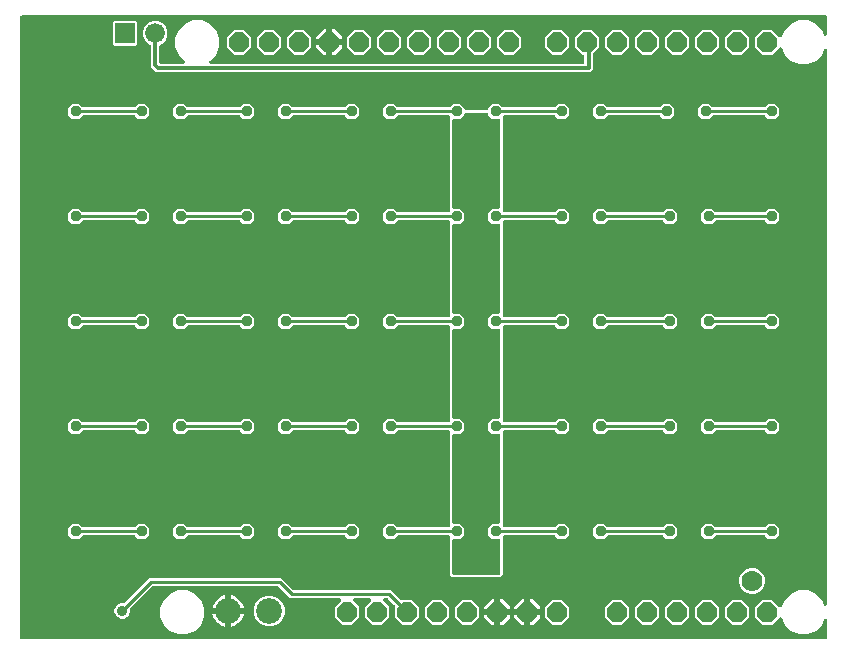
<source format=gbr>
G04 EAGLE Gerber RS-274X export*
G75*
%MOMM*%
%FSLAX34Y34*%
%LPD*%
%INBottom Copper*%
%IPPOS*%
%AMOC8*
5,1,8,0,0,1.08239X$1,22.5*%
G01*
%ADD10P,1.814519X8X22.500000*%
%ADD11C,2.184400*%
%ADD12R,1.676400X1.676400*%
%ADD13C,1.676400*%
%ADD14C,1.778000*%
%ADD15C,0.254000*%
%ADD16P,0.981078X8X22.500000*%
%ADD17R,0.906400X0.906400*%
%ADD18C,0.906400*%
%ADD19C,0.304800*%

G36*
X684302Y2544D02*
X684302Y2544D01*
X684328Y2542D01*
X684475Y2564D01*
X684622Y2581D01*
X684647Y2589D01*
X684673Y2593D01*
X684811Y2648D01*
X684950Y2698D01*
X684972Y2712D01*
X684997Y2722D01*
X685118Y2807D01*
X685243Y2887D01*
X685261Y2906D01*
X685283Y2921D01*
X685382Y3031D01*
X685485Y3138D01*
X685499Y3160D01*
X685516Y3180D01*
X685588Y3310D01*
X685664Y3437D01*
X685672Y3462D01*
X685685Y3485D01*
X685725Y3628D01*
X685770Y3769D01*
X685772Y3795D01*
X685780Y3820D01*
X685799Y4064D01*
X685799Y18348D01*
X685794Y18398D01*
X685796Y18448D01*
X685774Y18571D01*
X685759Y18694D01*
X685742Y18741D01*
X685733Y18791D01*
X685684Y18905D01*
X685642Y19022D01*
X685615Y19065D01*
X685595Y19111D01*
X685520Y19211D01*
X685453Y19315D01*
X685417Y19350D01*
X685387Y19390D01*
X685292Y19471D01*
X685202Y19557D01*
X685159Y19583D01*
X685121Y19616D01*
X685010Y19672D01*
X684903Y19736D01*
X684855Y19751D01*
X684810Y19774D01*
X684690Y19804D01*
X684571Y19842D01*
X684521Y19846D01*
X684472Y19859D01*
X684348Y19860D01*
X684224Y19870D01*
X684174Y19863D01*
X684124Y19864D01*
X684002Y19837D01*
X683879Y19819D01*
X683832Y19800D01*
X683783Y19789D01*
X683671Y19736D01*
X683555Y19690D01*
X683514Y19661D01*
X683468Y19640D01*
X683371Y19562D01*
X683269Y19491D01*
X683235Y19454D01*
X683196Y19422D01*
X683119Y19325D01*
X683036Y19232D01*
X683011Y19188D01*
X682980Y19149D01*
X682869Y18931D01*
X681198Y14897D01*
X675983Y9682D01*
X669168Y6859D01*
X661792Y6859D01*
X654977Y9682D01*
X649762Y14897D01*
X647548Y20241D01*
X647475Y20373D01*
X647407Y20506D01*
X647391Y20525D01*
X647379Y20546D01*
X647278Y20657D01*
X647181Y20772D01*
X647161Y20786D01*
X647145Y20804D01*
X647021Y20890D01*
X646900Y20979D01*
X646878Y20988D01*
X646858Y21002D01*
X646718Y21057D01*
X646580Y21117D01*
X646557Y21121D01*
X646534Y21130D01*
X646385Y21152D01*
X646237Y21179D01*
X646213Y21177D01*
X646189Y21181D01*
X646039Y21168D01*
X645889Y21161D01*
X645866Y21154D01*
X645842Y21152D01*
X645699Y21106D01*
X645554Y21064D01*
X645533Y21052D01*
X645510Y21045D01*
X645382Y20968D01*
X645250Y20894D01*
X645228Y20875D01*
X645212Y20865D01*
X645178Y20832D01*
X645064Y20735D01*
X639314Y14985D01*
X630686Y14985D01*
X624585Y21086D01*
X624585Y29714D01*
X630686Y35815D01*
X639314Y35815D01*
X645064Y30065D01*
X645182Y29971D01*
X645297Y29874D01*
X645318Y29863D01*
X645337Y29848D01*
X645473Y29784D01*
X645607Y29715D01*
X645630Y29709D01*
X645652Y29699D01*
X645799Y29667D01*
X645945Y29631D01*
X645969Y29631D01*
X645993Y29626D01*
X646143Y29628D01*
X646294Y29626D01*
X646317Y29631D01*
X646341Y29632D01*
X646487Y29668D01*
X646634Y29700D01*
X646656Y29711D01*
X646679Y29717D01*
X646813Y29786D01*
X646949Y29850D01*
X646968Y29865D01*
X646989Y29876D01*
X647104Y29974D01*
X647221Y30067D01*
X647236Y30086D01*
X647255Y30102D01*
X647344Y30223D01*
X647437Y30341D01*
X647450Y30367D01*
X647462Y30382D01*
X647480Y30426D01*
X647548Y30559D01*
X649762Y35903D01*
X654977Y41118D01*
X661792Y43941D01*
X669168Y43941D01*
X675983Y41118D01*
X681198Y35903D01*
X682869Y31869D01*
X682893Y31825D01*
X682910Y31778D01*
X682978Y31673D01*
X683038Y31565D01*
X683072Y31527D01*
X683099Y31485D01*
X683189Y31398D01*
X683272Y31306D01*
X683314Y31278D01*
X683350Y31243D01*
X683457Y31179D01*
X683559Y31108D01*
X683606Y31090D01*
X683649Y31064D01*
X683767Y31026D01*
X683883Y30980D01*
X683933Y30973D01*
X683981Y30958D01*
X684105Y30948D01*
X684228Y30930D01*
X684278Y30934D01*
X684328Y30930D01*
X684451Y30948D01*
X684575Y30958D01*
X684623Y30974D01*
X684673Y30981D01*
X684788Y31027D01*
X684907Y31066D01*
X684950Y31092D01*
X684997Y31110D01*
X685099Y31181D01*
X685205Y31245D01*
X685242Y31280D01*
X685283Y31309D01*
X685366Y31401D01*
X685455Y31488D01*
X685483Y31530D01*
X685516Y31568D01*
X685576Y31677D01*
X685644Y31781D01*
X685661Y31829D01*
X685685Y31873D01*
X685719Y31993D01*
X685760Y32110D01*
X685766Y32160D01*
X685780Y32208D01*
X685799Y32452D01*
X685799Y500948D01*
X685794Y500998D01*
X685796Y501048D01*
X685774Y501171D01*
X685759Y501294D01*
X685742Y501341D01*
X685733Y501391D01*
X685684Y501505D01*
X685642Y501622D01*
X685615Y501665D01*
X685595Y501711D01*
X685520Y501811D01*
X685453Y501915D01*
X685417Y501950D01*
X685387Y501990D01*
X685292Y502071D01*
X685202Y502157D01*
X685159Y502183D01*
X685121Y502216D01*
X685010Y502272D01*
X684903Y502336D01*
X684855Y502351D01*
X684810Y502374D01*
X684690Y502404D01*
X684571Y502442D01*
X684521Y502446D01*
X684472Y502459D01*
X684348Y502460D01*
X684224Y502470D01*
X684174Y502463D01*
X684124Y502464D01*
X684002Y502437D01*
X683879Y502419D01*
X683832Y502400D01*
X683783Y502389D01*
X683671Y502336D01*
X683555Y502290D01*
X683514Y502261D01*
X683468Y502240D01*
X683371Y502162D01*
X683269Y502091D01*
X683235Y502054D01*
X683196Y502022D01*
X683119Y501925D01*
X683036Y501832D01*
X683011Y501788D01*
X682980Y501749D01*
X682869Y501531D01*
X681198Y497497D01*
X675983Y492282D01*
X669168Y489459D01*
X661792Y489459D01*
X654977Y492282D01*
X649762Y497497D01*
X647548Y502841D01*
X647475Y502973D01*
X647407Y503106D01*
X647391Y503125D01*
X647379Y503146D01*
X647278Y503257D01*
X647181Y503372D01*
X647161Y503386D01*
X647145Y503404D01*
X647021Y503490D01*
X646900Y503579D01*
X646878Y503588D01*
X646858Y503602D01*
X646718Y503657D01*
X646580Y503717D01*
X646557Y503721D01*
X646534Y503730D01*
X646385Y503752D01*
X646237Y503779D01*
X646213Y503777D01*
X646189Y503781D01*
X646039Y503768D01*
X645889Y503761D01*
X645866Y503754D01*
X645842Y503752D01*
X645699Y503706D01*
X645554Y503664D01*
X645533Y503652D01*
X645510Y503645D01*
X645382Y503568D01*
X645250Y503494D01*
X645228Y503475D01*
X645212Y503465D01*
X645178Y503432D01*
X645064Y503335D01*
X639314Y497585D01*
X630686Y497585D01*
X624585Y503686D01*
X624585Y512314D01*
X630686Y518415D01*
X639314Y518415D01*
X645064Y512665D01*
X645182Y512571D01*
X645297Y512474D01*
X645318Y512463D01*
X645337Y512448D01*
X645473Y512384D01*
X645607Y512315D01*
X645630Y512309D01*
X645652Y512299D01*
X645799Y512267D01*
X645945Y512231D01*
X645969Y512231D01*
X645993Y512226D01*
X646143Y512228D01*
X646294Y512226D01*
X646317Y512231D01*
X646341Y512232D01*
X646487Y512268D01*
X646634Y512300D01*
X646656Y512311D01*
X646679Y512317D01*
X646813Y512386D01*
X646949Y512450D01*
X646968Y512465D01*
X646989Y512476D01*
X647104Y512574D01*
X647221Y512667D01*
X647236Y512686D01*
X647255Y512702D01*
X647344Y512823D01*
X647437Y512941D01*
X647450Y512967D01*
X647462Y512982D01*
X647480Y513026D01*
X647548Y513159D01*
X649762Y518503D01*
X654977Y523718D01*
X661792Y526541D01*
X669168Y526541D01*
X675983Y523718D01*
X681198Y518503D01*
X682869Y514469D01*
X682893Y514425D01*
X682910Y514378D01*
X682978Y514273D01*
X683038Y514165D01*
X683072Y514127D01*
X683099Y514085D01*
X683189Y513998D01*
X683272Y513906D01*
X683314Y513878D01*
X683350Y513843D01*
X683457Y513779D01*
X683559Y513708D01*
X683606Y513690D01*
X683649Y513664D01*
X683767Y513626D01*
X683883Y513580D01*
X683933Y513573D01*
X683981Y513558D01*
X684105Y513548D01*
X684228Y513530D01*
X684278Y513534D01*
X684328Y513530D01*
X684451Y513548D01*
X684575Y513558D01*
X684623Y513574D01*
X684673Y513581D01*
X684788Y513627D01*
X684907Y513666D01*
X684950Y513692D01*
X684997Y513710D01*
X685099Y513781D01*
X685205Y513845D01*
X685242Y513880D01*
X685283Y513909D01*
X685366Y514001D01*
X685455Y514088D01*
X685483Y514130D01*
X685516Y514168D01*
X685576Y514277D01*
X685644Y514381D01*
X685661Y514429D01*
X685685Y514473D01*
X685719Y514593D01*
X685760Y514710D01*
X685766Y514760D01*
X685780Y514808D01*
X685799Y515052D01*
X685799Y529336D01*
X685796Y529362D01*
X685798Y529388D01*
X685776Y529535D01*
X685759Y529682D01*
X685751Y529707D01*
X685747Y529733D01*
X685692Y529871D01*
X685642Y530010D01*
X685628Y530032D01*
X685618Y530057D01*
X685533Y530178D01*
X685453Y530303D01*
X685434Y530321D01*
X685419Y530343D01*
X685309Y530442D01*
X685202Y530545D01*
X685180Y530559D01*
X685160Y530576D01*
X685030Y530648D01*
X684903Y530724D01*
X684878Y530732D01*
X684855Y530745D01*
X684712Y530785D01*
X684571Y530830D01*
X684545Y530832D01*
X684520Y530840D01*
X684276Y530859D01*
X4064Y530859D01*
X4038Y530856D01*
X4012Y530858D01*
X3865Y530836D01*
X3718Y530819D01*
X3693Y530811D01*
X3667Y530807D01*
X3529Y530752D01*
X3390Y530702D01*
X3368Y530688D01*
X3343Y530678D01*
X3222Y530593D01*
X3097Y530513D01*
X3079Y530494D01*
X3057Y530479D01*
X2958Y530369D01*
X2855Y530262D01*
X2841Y530240D01*
X2824Y530220D01*
X2752Y530090D01*
X2676Y529963D01*
X2668Y529938D01*
X2655Y529915D01*
X2615Y529772D01*
X2570Y529631D01*
X2568Y529605D01*
X2560Y529580D01*
X2541Y529336D01*
X2541Y4064D01*
X2544Y4038D01*
X2542Y4012D01*
X2564Y3865D01*
X2581Y3718D01*
X2589Y3693D01*
X2593Y3667D01*
X2648Y3529D01*
X2698Y3390D01*
X2712Y3368D01*
X2722Y3343D01*
X2807Y3222D01*
X2887Y3097D01*
X2906Y3079D01*
X2921Y3057D01*
X3031Y2958D01*
X3138Y2855D01*
X3160Y2841D01*
X3180Y2824D01*
X3310Y2752D01*
X3437Y2676D01*
X3462Y2668D01*
X3485Y2655D01*
X3628Y2615D01*
X3769Y2570D01*
X3795Y2568D01*
X3820Y2560D01*
X4064Y2541D01*
X684276Y2541D01*
X684302Y2544D01*
G37*
%LPC*%
G36*
X368202Y55117D02*
X368202Y55117D01*
X366267Y57052D01*
X366267Y89154D01*
X366264Y89180D01*
X366266Y89206D01*
X366244Y89353D01*
X366227Y89500D01*
X366219Y89525D01*
X366215Y89551D01*
X366160Y89689D01*
X366110Y89828D01*
X366096Y89850D01*
X366086Y89875D01*
X366001Y89996D01*
X365921Y90121D01*
X365902Y90139D01*
X365887Y90161D01*
X365777Y90260D01*
X365670Y90363D01*
X365648Y90377D01*
X365628Y90394D01*
X365498Y90466D01*
X365371Y90542D01*
X365346Y90550D01*
X365323Y90563D01*
X365180Y90603D01*
X365039Y90648D01*
X365013Y90650D01*
X364988Y90658D01*
X364744Y90677D01*
X322832Y90677D01*
X322707Y90663D01*
X322580Y90656D01*
X322534Y90643D01*
X322486Y90637D01*
X322367Y90595D01*
X322245Y90560D01*
X322203Y90536D01*
X322158Y90520D01*
X322052Y90451D01*
X321941Y90390D01*
X321895Y90350D01*
X321865Y90331D01*
X321831Y90296D01*
X321755Y90231D01*
X318939Y87415D01*
X313501Y87415D01*
X309655Y91261D01*
X309655Y96699D01*
X313501Y100545D01*
X318939Y100545D01*
X321755Y97729D01*
X321854Y97650D01*
X321948Y97566D01*
X321990Y97542D01*
X322028Y97512D01*
X322142Y97458D01*
X322253Y97397D01*
X322299Y97384D01*
X322343Y97363D01*
X322467Y97337D01*
X322588Y97302D01*
X322649Y97297D01*
X322684Y97290D01*
X322732Y97291D01*
X322832Y97283D01*
X364744Y97283D01*
X364770Y97286D01*
X364796Y97284D01*
X364943Y97306D01*
X365090Y97323D01*
X365115Y97331D01*
X365141Y97335D01*
X365279Y97390D01*
X365418Y97440D01*
X365440Y97454D01*
X365465Y97464D01*
X365586Y97549D01*
X365711Y97629D01*
X365729Y97648D01*
X365751Y97663D01*
X365850Y97773D01*
X365953Y97880D01*
X365967Y97902D01*
X365984Y97922D01*
X366056Y98052D01*
X366132Y98179D01*
X366140Y98204D01*
X366153Y98227D01*
X366193Y98370D01*
X366238Y98511D01*
X366240Y98537D01*
X366248Y98562D01*
X366267Y98806D01*
X366267Y178054D01*
X366264Y178080D01*
X366266Y178106D01*
X366244Y178253D01*
X366227Y178400D01*
X366219Y178425D01*
X366215Y178451D01*
X366160Y178589D01*
X366110Y178728D01*
X366096Y178750D01*
X366086Y178775D01*
X366001Y178896D01*
X365921Y179021D01*
X365902Y179039D01*
X365887Y179061D01*
X365777Y179160D01*
X365670Y179263D01*
X365648Y179277D01*
X365628Y179294D01*
X365498Y179366D01*
X365371Y179442D01*
X365346Y179450D01*
X365323Y179463D01*
X365180Y179503D01*
X365039Y179548D01*
X365013Y179550D01*
X364988Y179558D01*
X364744Y179577D01*
X322832Y179577D01*
X322707Y179563D01*
X322580Y179556D01*
X322534Y179543D01*
X322486Y179537D01*
X322367Y179495D01*
X322245Y179460D01*
X322203Y179436D01*
X322158Y179420D01*
X322052Y179351D01*
X321941Y179290D01*
X321895Y179250D01*
X321865Y179231D01*
X321831Y179196D01*
X321755Y179131D01*
X318939Y176315D01*
X313501Y176315D01*
X309655Y180161D01*
X309655Y185599D01*
X313501Y189445D01*
X318939Y189445D01*
X321755Y186629D01*
X321854Y186550D01*
X321948Y186466D01*
X321990Y186442D01*
X322028Y186412D01*
X322142Y186358D01*
X322253Y186297D01*
X322299Y186284D01*
X322343Y186263D01*
X322467Y186237D01*
X322588Y186202D01*
X322649Y186197D01*
X322684Y186190D01*
X322732Y186191D01*
X322832Y186183D01*
X364744Y186183D01*
X364770Y186186D01*
X364796Y186184D01*
X364943Y186206D01*
X365090Y186223D01*
X365115Y186231D01*
X365141Y186235D01*
X365279Y186290D01*
X365418Y186340D01*
X365440Y186354D01*
X365465Y186364D01*
X365586Y186449D01*
X365711Y186529D01*
X365729Y186548D01*
X365751Y186563D01*
X365850Y186673D01*
X365953Y186780D01*
X365967Y186802D01*
X365984Y186822D01*
X366056Y186952D01*
X366132Y187079D01*
X366140Y187104D01*
X366153Y187127D01*
X366193Y187270D01*
X366238Y187411D01*
X366240Y187437D01*
X366248Y187462D01*
X366267Y187706D01*
X366267Y266954D01*
X366264Y266980D01*
X366266Y267006D01*
X366244Y267153D01*
X366227Y267300D01*
X366219Y267325D01*
X366215Y267351D01*
X366160Y267489D01*
X366110Y267628D01*
X366096Y267650D01*
X366086Y267675D01*
X366001Y267796D01*
X365921Y267921D01*
X365902Y267939D01*
X365887Y267961D01*
X365777Y268060D01*
X365670Y268163D01*
X365648Y268177D01*
X365628Y268194D01*
X365498Y268266D01*
X365371Y268342D01*
X365346Y268350D01*
X365323Y268363D01*
X365180Y268403D01*
X365039Y268448D01*
X365013Y268450D01*
X364988Y268458D01*
X364744Y268477D01*
X322832Y268477D01*
X322707Y268463D01*
X322580Y268456D01*
X322534Y268443D01*
X322486Y268437D01*
X322367Y268395D01*
X322245Y268360D01*
X322203Y268336D01*
X322158Y268320D01*
X322052Y268251D01*
X321941Y268190D01*
X321895Y268150D01*
X321865Y268131D01*
X321831Y268096D01*
X321755Y268031D01*
X318939Y265215D01*
X313501Y265215D01*
X309655Y269061D01*
X309655Y274499D01*
X313501Y278345D01*
X318939Y278345D01*
X321755Y275529D01*
X321854Y275450D01*
X321948Y275366D01*
X321990Y275342D01*
X322028Y275312D01*
X322142Y275258D01*
X322253Y275197D01*
X322299Y275184D01*
X322343Y275163D01*
X322467Y275137D01*
X322588Y275102D01*
X322649Y275097D01*
X322684Y275090D01*
X322732Y275091D01*
X322832Y275083D01*
X364744Y275083D01*
X364770Y275086D01*
X364796Y275084D01*
X364943Y275106D01*
X365090Y275123D01*
X365115Y275131D01*
X365141Y275135D01*
X365279Y275190D01*
X365418Y275240D01*
X365440Y275254D01*
X365465Y275264D01*
X365586Y275349D01*
X365711Y275429D01*
X365729Y275448D01*
X365751Y275463D01*
X365850Y275573D01*
X365953Y275680D01*
X365967Y275702D01*
X365984Y275722D01*
X366056Y275852D01*
X366132Y275979D01*
X366140Y276004D01*
X366153Y276027D01*
X366193Y276170D01*
X366238Y276311D01*
X366240Y276337D01*
X366248Y276362D01*
X366267Y276606D01*
X366267Y355854D01*
X366264Y355880D01*
X366266Y355906D01*
X366244Y356053D01*
X366227Y356200D01*
X366219Y356225D01*
X366215Y356251D01*
X366160Y356389D01*
X366110Y356528D01*
X366096Y356550D01*
X366086Y356575D01*
X366001Y356696D01*
X365921Y356821D01*
X365902Y356839D01*
X365887Y356861D01*
X365777Y356960D01*
X365670Y357063D01*
X365648Y357077D01*
X365628Y357094D01*
X365498Y357166D01*
X365371Y357242D01*
X365346Y357250D01*
X365323Y357263D01*
X365180Y357303D01*
X365039Y357348D01*
X365013Y357350D01*
X364988Y357358D01*
X364744Y357377D01*
X322832Y357377D01*
X322707Y357363D01*
X322580Y357356D01*
X322534Y357343D01*
X322486Y357337D01*
X322367Y357295D01*
X322245Y357260D01*
X322203Y357236D01*
X322158Y357220D01*
X322052Y357151D01*
X321941Y357090D01*
X321895Y357050D01*
X321865Y357031D01*
X321831Y356996D01*
X321755Y356931D01*
X318939Y354115D01*
X313501Y354115D01*
X309655Y357961D01*
X309655Y363399D01*
X313501Y367245D01*
X318939Y367245D01*
X321755Y364429D01*
X321854Y364350D01*
X321948Y364266D01*
X321990Y364242D01*
X322028Y364212D01*
X322142Y364158D01*
X322253Y364097D01*
X322299Y364084D01*
X322343Y364063D01*
X322467Y364037D01*
X322588Y364002D01*
X322649Y363997D01*
X322684Y363990D01*
X322732Y363991D01*
X322832Y363983D01*
X364744Y363983D01*
X364770Y363986D01*
X364796Y363984D01*
X364943Y364006D01*
X365090Y364023D01*
X365115Y364031D01*
X365141Y364035D01*
X365279Y364090D01*
X365418Y364140D01*
X365440Y364154D01*
X365465Y364164D01*
X365586Y364249D01*
X365711Y364329D01*
X365729Y364348D01*
X365751Y364363D01*
X365850Y364473D01*
X365953Y364580D01*
X365967Y364602D01*
X365984Y364622D01*
X366056Y364752D01*
X366132Y364879D01*
X366140Y364904D01*
X366153Y364927D01*
X366193Y365070D01*
X366238Y365211D01*
X366240Y365237D01*
X366248Y365262D01*
X366267Y365506D01*
X366267Y444754D01*
X366264Y444780D01*
X366266Y444806D01*
X366244Y444953D01*
X366227Y445100D01*
X366219Y445125D01*
X366215Y445151D01*
X366160Y445289D01*
X366110Y445428D01*
X366096Y445450D01*
X366086Y445475D01*
X366001Y445596D01*
X365921Y445721D01*
X365902Y445739D01*
X365887Y445761D01*
X365777Y445860D01*
X365670Y445963D01*
X365648Y445977D01*
X365628Y445994D01*
X365498Y446066D01*
X365371Y446142D01*
X365346Y446150D01*
X365323Y446163D01*
X365180Y446203D01*
X365039Y446248D01*
X365013Y446250D01*
X364988Y446258D01*
X364744Y446277D01*
X322832Y446277D01*
X322707Y446263D01*
X322580Y446256D01*
X322534Y446243D01*
X322486Y446237D01*
X322367Y446195D01*
X322245Y446160D01*
X322203Y446136D01*
X322158Y446120D01*
X322052Y446051D01*
X321941Y445990D01*
X321895Y445950D01*
X321865Y445931D01*
X321831Y445896D01*
X321755Y445831D01*
X318939Y443015D01*
X313501Y443015D01*
X309655Y446861D01*
X309655Y452299D01*
X313501Y456145D01*
X318939Y456145D01*
X321755Y453329D01*
X321854Y453250D01*
X321948Y453166D01*
X321990Y453142D01*
X322028Y453112D01*
X322142Y453058D01*
X322253Y452997D01*
X322299Y452984D01*
X322343Y452963D01*
X322467Y452937D01*
X322588Y452902D01*
X322649Y452897D01*
X322684Y452890D01*
X322732Y452891D01*
X322832Y452883D01*
X365508Y452883D01*
X365633Y452897D01*
X365760Y452904D01*
X365806Y452917D01*
X365854Y452923D01*
X365973Y452965D01*
X366095Y453000D01*
X366137Y453024D01*
X366182Y453040D01*
X366288Y453109D01*
X366399Y453170D01*
X366445Y453210D01*
X366475Y453229D01*
X366509Y453264D01*
X366585Y453329D01*
X369401Y456145D01*
X374839Y456145D01*
X378685Y452299D01*
X378685Y451866D01*
X378686Y451854D01*
X378686Y451847D01*
X378687Y451836D01*
X378686Y451814D01*
X378708Y451667D01*
X378725Y451520D01*
X378733Y451495D01*
X378737Y451469D01*
X378792Y451331D01*
X378842Y451192D01*
X378856Y451170D01*
X378866Y451145D01*
X378951Y451024D01*
X379031Y450899D01*
X379050Y450881D01*
X379065Y450859D01*
X379175Y450760D01*
X379282Y450657D01*
X379304Y450643D01*
X379324Y450626D01*
X379454Y450554D01*
X379581Y450478D01*
X379606Y450470D01*
X379629Y450457D01*
X379772Y450417D01*
X379913Y450372D01*
X379939Y450370D01*
X379964Y450362D01*
X380208Y450343D01*
X397032Y450343D01*
X397058Y450346D01*
X397084Y450344D01*
X397231Y450366D01*
X397378Y450383D01*
X397403Y450391D01*
X397429Y450395D01*
X397567Y450450D01*
X397706Y450500D01*
X397728Y450514D01*
X397753Y450524D01*
X397874Y450609D01*
X397999Y450689D01*
X398017Y450708D01*
X398039Y450723D01*
X398138Y450833D01*
X398241Y450940D01*
X398255Y450962D01*
X398272Y450982D01*
X398344Y451112D01*
X398420Y451239D01*
X398428Y451264D01*
X398441Y451287D01*
X398481Y451430D01*
X398526Y451571D01*
X398528Y451597D01*
X398536Y451622D01*
X398555Y451866D01*
X398555Y452299D01*
X402401Y456145D01*
X407839Y456145D01*
X410655Y453329D01*
X410754Y453250D01*
X410848Y453166D01*
X410890Y453142D01*
X410928Y453112D01*
X411042Y453058D01*
X411153Y452997D01*
X411199Y452984D01*
X411243Y452963D01*
X411367Y452937D01*
X411488Y452902D01*
X411549Y452897D01*
X411584Y452890D01*
X411632Y452891D01*
X411732Y452883D01*
X454408Y452883D01*
X454533Y452897D01*
X454660Y452904D01*
X454706Y452917D01*
X454754Y452923D01*
X454873Y452965D01*
X454995Y453000D01*
X455037Y453024D01*
X455082Y453040D01*
X455188Y453109D01*
X455299Y453170D01*
X455345Y453210D01*
X455375Y453229D01*
X455409Y453264D01*
X455485Y453329D01*
X458301Y456145D01*
X463739Y456145D01*
X467585Y452299D01*
X467585Y446861D01*
X463739Y443015D01*
X458301Y443015D01*
X455485Y445831D01*
X455386Y445910D01*
X455292Y445994D01*
X455250Y446018D01*
X455212Y446048D01*
X455098Y446102D01*
X454987Y446163D01*
X454941Y446176D01*
X454897Y446197D01*
X454773Y446223D01*
X454652Y446258D01*
X454591Y446263D01*
X454556Y446270D01*
X454508Y446269D01*
X454408Y446277D01*
X412496Y446277D01*
X412470Y446274D01*
X412444Y446276D01*
X412297Y446254D01*
X412150Y446237D01*
X412125Y446229D01*
X412099Y446225D01*
X411961Y446170D01*
X411822Y446120D01*
X411800Y446106D01*
X411775Y446096D01*
X411654Y446011D01*
X411529Y445931D01*
X411511Y445912D01*
X411489Y445897D01*
X411390Y445787D01*
X411287Y445680D01*
X411273Y445658D01*
X411256Y445638D01*
X411184Y445508D01*
X411108Y445381D01*
X411100Y445356D01*
X411087Y445333D01*
X411047Y445190D01*
X411002Y445049D01*
X411000Y445023D01*
X410992Y444998D01*
X410973Y444754D01*
X410973Y365506D01*
X410976Y365480D01*
X410974Y365454D01*
X410996Y365307D01*
X411013Y365160D01*
X411021Y365135D01*
X411025Y365109D01*
X411080Y364971D01*
X411130Y364832D01*
X411144Y364810D01*
X411154Y364785D01*
X411239Y364664D01*
X411319Y364539D01*
X411338Y364521D01*
X411353Y364499D01*
X411463Y364400D01*
X411570Y364297D01*
X411592Y364283D01*
X411612Y364266D01*
X411742Y364194D01*
X411869Y364118D01*
X411894Y364110D01*
X411917Y364097D01*
X412060Y364057D01*
X412201Y364012D01*
X412227Y364010D01*
X412252Y364002D01*
X412496Y363983D01*
X454408Y363983D01*
X454533Y363997D01*
X454660Y364004D01*
X454706Y364017D01*
X454754Y364023D01*
X454873Y364065D01*
X454995Y364100D01*
X455037Y364124D01*
X455082Y364140D01*
X455188Y364209D01*
X455299Y364270D01*
X455345Y364310D01*
X455375Y364329D01*
X455409Y364364D01*
X455485Y364429D01*
X458301Y367245D01*
X463739Y367245D01*
X467585Y363399D01*
X467585Y357961D01*
X463739Y354115D01*
X458301Y354115D01*
X455485Y356931D01*
X455386Y357010D01*
X455292Y357094D01*
X455250Y357118D01*
X455212Y357148D01*
X455098Y357202D01*
X454987Y357263D01*
X454941Y357276D01*
X454897Y357297D01*
X454773Y357323D01*
X454652Y357358D01*
X454591Y357363D01*
X454556Y357370D01*
X454508Y357369D01*
X454408Y357377D01*
X412496Y357377D01*
X412470Y357374D01*
X412444Y357376D01*
X412297Y357354D01*
X412150Y357337D01*
X412125Y357329D01*
X412099Y357325D01*
X411961Y357270D01*
X411822Y357220D01*
X411800Y357206D01*
X411775Y357196D01*
X411654Y357111D01*
X411529Y357031D01*
X411511Y357012D01*
X411489Y356997D01*
X411390Y356887D01*
X411287Y356780D01*
X411273Y356758D01*
X411256Y356738D01*
X411184Y356608D01*
X411108Y356481D01*
X411100Y356456D01*
X411087Y356433D01*
X411047Y356290D01*
X411002Y356149D01*
X411000Y356123D01*
X410992Y356098D01*
X410973Y355854D01*
X410973Y276606D01*
X410976Y276580D01*
X410974Y276554D01*
X410996Y276407D01*
X411013Y276260D01*
X411021Y276235D01*
X411025Y276209D01*
X411080Y276071D01*
X411130Y275932D01*
X411144Y275910D01*
X411154Y275885D01*
X411239Y275764D01*
X411319Y275639D01*
X411338Y275621D01*
X411353Y275599D01*
X411463Y275500D01*
X411570Y275397D01*
X411592Y275383D01*
X411612Y275366D01*
X411742Y275294D01*
X411869Y275218D01*
X411894Y275210D01*
X411917Y275197D01*
X412060Y275157D01*
X412201Y275112D01*
X412227Y275110D01*
X412252Y275102D01*
X412496Y275083D01*
X454408Y275083D01*
X454533Y275097D01*
X454660Y275104D01*
X454706Y275117D01*
X454754Y275123D01*
X454873Y275165D01*
X454995Y275200D01*
X455037Y275224D01*
X455082Y275240D01*
X455188Y275309D01*
X455299Y275370D01*
X455345Y275410D01*
X455375Y275429D01*
X455409Y275464D01*
X455485Y275529D01*
X458301Y278345D01*
X463739Y278345D01*
X467585Y274499D01*
X467585Y269061D01*
X463739Y265215D01*
X458301Y265215D01*
X455485Y268031D01*
X455386Y268110D01*
X455292Y268194D01*
X455250Y268218D01*
X455212Y268248D01*
X455098Y268302D01*
X454987Y268363D01*
X454941Y268376D01*
X454897Y268397D01*
X454773Y268423D01*
X454652Y268458D01*
X454591Y268463D01*
X454556Y268470D01*
X454508Y268469D01*
X454408Y268477D01*
X412496Y268477D01*
X412470Y268474D01*
X412444Y268476D01*
X412297Y268454D01*
X412150Y268437D01*
X412125Y268429D01*
X412099Y268425D01*
X411961Y268370D01*
X411822Y268320D01*
X411800Y268306D01*
X411775Y268296D01*
X411654Y268211D01*
X411529Y268131D01*
X411511Y268112D01*
X411489Y268097D01*
X411390Y267987D01*
X411287Y267880D01*
X411273Y267858D01*
X411256Y267838D01*
X411184Y267708D01*
X411108Y267581D01*
X411100Y267556D01*
X411087Y267533D01*
X411047Y267390D01*
X411002Y267249D01*
X411000Y267223D01*
X410992Y267198D01*
X410973Y266954D01*
X410973Y187706D01*
X410976Y187680D01*
X410974Y187654D01*
X410996Y187507D01*
X411013Y187360D01*
X411021Y187335D01*
X411025Y187309D01*
X411080Y187171D01*
X411130Y187032D01*
X411144Y187010D01*
X411154Y186985D01*
X411239Y186864D01*
X411319Y186739D01*
X411338Y186721D01*
X411353Y186699D01*
X411463Y186600D01*
X411570Y186497D01*
X411592Y186483D01*
X411612Y186466D01*
X411742Y186394D01*
X411869Y186318D01*
X411894Y186310D01*
X411917Y186297D01*
X412060Y186257D01*
X412201Y186212D01*
X412227Y186210D01*
X412252Y186202D01*
X412496Y186183D01*
X454408Y186183D01*
X454533Y186197D01*
X454660Y186204D01*
X454706Y186217D01*
X454754Y186223D01*
X454873Y186265D01*
X454995Y186300D01*
X455037Y186324D01*
X455082Y186340D01*
X455188Y186409D01*
X455299Y186470D01*
X455345Y186510D01*
X455375Y186529D01*
X455409Y186564D01*
X455485Y186629D01*
X458301Y189445D01*
X463739Y189445D01*
X467585Y185599D01*
X467585Y180161D01*
X463739Y176315D01*
X458301Y176315D01*
X455485Y179131D01*
X455386Y179210D01*
X455292Y179294D01*
X455250Y179318D01*
X455212Y179348D01*
X455098Y179402D01*
X454987Y179463D01*
X454941Y179476D01*
X454897Y179497D01*
X454773Y179523D01*
X454652Y179558D01*
X454591Y179563D01*
X454556Y179570D01*
X454508Y179569D01*
X454408Y179577D01*
X412496Y179577D01*
X412470Y179574D01*
X412444Y179576D01*
X412297Y179554D01*
X412150Y179537D01*
X412125Y179529D01*
X412099Y179525D01*
X411961Y179470D01*
X411822Y179420D01*
X411800Y179406D01*
X411775Y179396D01*
X411654Y179311D01*
X411529Y179231D01*
X411511Y179212D01*
X411489Y179197D01*
X411390Y179087D01*
X411287Y178980D01*
X411273Y178958D01*
X411256Y178938D01*
X411184Y178808D01*
X411108Y178681D01*
X411100Y178656D01*
X411087Y178633D01*
X411047Y178490D01*
X411002Y178349D01*
X411000Y178323D01*
X410992Y178298D01*
X410973Y178054D01*
X410973Y98806D01*
X410976Y98780D01*
X410974Y98754D01*
X410996Y98607D01*
X411013Y98460D01*
X411021Y98435D01*
X411025Y98409D01*
X411080Y98271D01*
X411130Y98132D01*
X411144Y98110D01*
X411154Y98085D01*
X411239Y97964D01*
X411319Y97839D01*
X411338Y97821D01*
X411353Y97799D01*
X411463Y97700D01*
X411570Y97597D01*
X411592Y97583D01*
X411612Y97566D01*
X411742Y97494D01*
X411869Y97418D01*
X411894Y97410D01*
X411917Y97397D01*
X412060Y97357D01*
X412201Y97312D01*
X412227Y97310D01*
X412252Y97302D01*
X412496Y97283D01*
X454408Y97283D01*
X454533Y97297D01*
X454660Y97304D01*
X454706Y97317D01*
X454754Y97323D01*
X454873Y97365D01*
X454995Y97400D01*
X455037Y97424D01*
X455082Y97440D01*
X455188Y97509D01*
X455299Y97570D01*
X455345Y97610D01*
X455375Y97629D01*
X455409Y97664D01*
X455485Y97729D01*
X458301Y100545D01*
X463739Y100545D01*
X467585Y96699D01*
X467585Y91261D01*
X463739Y87415D01*
X458301Y87415D01*
X455485Y90231D01*
X455386Y90310D01*
X455292Y90394D01*
X455250Y90418D01*
X455212Y90448D01*
X455098Y90502D01*
X454987Y90563D01*
X454941Y90576D01*
X454897Y90597D01*
X454773Y90623D01*
X454652Y90658D01*
X454591Y90663D01*
X454556Y90670D01*
X454508Y90669D01*
X454408Y90677D01*
X412496Y90677D01*
X412470Y90674D01*
X412444Y90676D01*
X412297Y90654D01*
X412150Y90637D01*
X412125Y90629D01*
X412099Y90625D01*
X411961Y90570D01*
X411822Y90520D01*
X411800Y90506D01*
X411775Y90496D01*
X411654Y90411D01*
X411529Y90331D01*
X411511Y90312D01*
X411489Y90297D01*
X411390Y90187D01*
X411287Y90080D01*
X411273Y90058D01*
X411256Y90038D01*
X411184Y89908D01*
X411108Y89781D01*
X411100Y89756D01*
X411087Y89733D01*
X411047Y89590D01*
X411002Y89449D01*
X411000Y89423D01*
X410992Y89398D01*
X410973Y89154D01*
X410973Y57052D01*
X409038Y55117D01*
X368202Y55117D01*
G37*
%LPD*%
G36*
X407788Y57166D02*
X407788Y57166D01*
X407907Y57173D01*
X407945Y57186D01*
X407986Y57191D01*
X408096Y57234D01*
X408209Y57271D01*
X408244Y57293D01*
X408281Y57308D01*
X408377Y57378D01*
X408478Y57441D01*
X408506Y57471D01*
X408539Y57494D01*
X408615Y57586D01*
X408696Y57673D01*
X408716Y57708D01*
X408741Y57739D01*
X408792Y57847D01*
X408850Y57951D01*
X408860Y57991D01*
X408877Y58027D01*
X408899Y58144D01*
X408929Y58259D01*
X408933Y58320D01*
X408937Y58340D01*
X408935Y58360D01*
X408939Y58420D01*
X408939Y86146D01*
X408924Y86264D01*
X408917Y86383D01*
X408904Y86421D01*
X408899Y86462D01*
X408856Y86572D01*
X408819Y86685D01*
X408797Y86720D01*
X408782Y86757D01*
X408713Y86853D01*
X408649Y86954D01*
X408619Y86982D01*
X408596Y87015D01*
X408504Y87091D01*
X408417Y87172D01*
X408382Y87192D01*
X408351Y87217D01*
X408243Y87268D01*
X408139Y87326D01*
X408099Y87336D01*
X408063Y87353D01*
X407946Y87375D01*
X407831Y87405D01*
X407771Y87409D01*
X407751Y87413D01*
X407730Y87411D01*
X407670Y87415D01*
X402401Y87415D01*
X398555Y91261D01*
X398555Y96699D01*
X402401Y100545D01*
X407670Y100545D01*
X407788Y100560D01*
X407907Y100567D01*
X407945Y100580D01*
X407986Y100585D01*
X408096Y100628D01*
X408209Y100665D01*
X408244Y100687D01*
X408281Y100702D01*
X408377Y100771D01*
X408478Y100835D01*
X408506Y100865D01*
X408539Y100888D01*
X408615Y100980D01*
X408696Y101067D01*
X408716Y101102D01*
X408741Y101133D01*
X408792Y101241D01*
X408850Y101345D01*
X408860Y101385D01*
X408877Y101421D01*
X408899Y101538D01*
X408929Y101653D01*
X408933Y101713D01*
X408937Y101733D01*
X408935Y101754D01*
X408939Y101814D01*
X408939Y175046D01*
X408924Y175164D01*
X408917Y175283D01*
X408904Y175321D01*
X408899Y175362D01*
X408856Y175472D01*
X408819Y175585D01*
X408797Y175620D01*
X408782Y175657D01*
X408713Y175753D01*
X408649Y175854D01*
X408619Y175882D01*
X408596Y175915D01*
X408504Y175991D01*
X408417Y176072D01*
X408382Y176092D01*
X408351Y176117D01*
X408243Y176168D01*
X408139Y176226D01*
X408099Y176236D01*
X408063Y176253D01*
X407946Y176275D01*
X407831Y176305D01*
X407771Y176309D01*
X407751Y176313D01*
X407730Y176311D01*
X407670Y176315D01*
X402401Y176315D01*
X398555Y180161D01*
X398555Y185599D01*
X402401Y189445D01*
X407670Y189445D01*
X407788Y189460D01*
X407907Y189467D01*
X407945Y189480D01*
X407986Y189485D01*
X408096Y189528D01*
X408209Y189565D01*
X408244Y189587D01*
X408281Y189602D01*
X408377Y189671D01*
X408478Y189735D01*
X408506Y189765D01*
X408539Y189788D01*
X408615Y189880D01*
X408696Y189967D01*
X408716Y190002D01*
X408741Y190033D01*
X408792Y190141D01*
X408850Y190245D01*
X408860Y190285D01*
X408877Y190321D01*
X408899Y190438D01*
X408929Y190553D01*
X408933Y190613D01*
X408937Y190633D01*
X408935Y190654D01*
X408939Y190714D01*
X408939Y263946D01*
X408924Y264064D01*
X408917Y264183D01*
X408904Y264221D01*
X408899Y264262D01*
X408856Y264372D01*
X408819Y264485D01*
X408797Y264520D01*
X408782Y264557D01*
X408713Y264653D01*
X408649Y264754D01*
X408619Y264782D01*
X408596Y264815D01*
X408504Y264891D01*
X408417Y264972D01*
X408382Y264992D01*
X408351Y265017D01*
X408243Y265068D01*
X408139Y265126D01*
X408099Y265136D01*
X408063Y265153D01*
X407946Y265175D01*
X407831Y265205D01*
X407771Y265209D01*
X407751Y265213D01*
X407730Y265211D01*
X407670Y265215D01*
X402401Y265215D01*
X398555Y269061D01*
X398555Y274499D01*
X402401Y278345D01*
X407670Y278345D01*
X407788Y278360D01*
X407907Y278367D01*
X407945Y278380D01*
X407986Y278385D01*
X408096Y278428D01*
X408209Y278465D01*
X408244Y278487D01*
X408281Y278502D01*
X408377Y278571D01*
X408478Y278635D01*
X408506Y278665D01*
X408539Y278688D01*
X408615Y278780D01*
X408696Y278867D01*
X408716Y278902D01*
X408741Y278933D01*
X408792Y279041D01*
X408850Y279145D01*
X408860Y279185D01*
X408877Y279221D01*
X408899Y279338D01*
X408929Y279453D01*
X408933Y279513D01*
X408937Y279533D01*
X408935Y279554D01*
X408939Y279614D01*
X408939Y352846D01*
X408924Y352964D01*
X408917Y353083D01*
X408904Y353121D01*
X408899Y353162D01*
X408856Y353272D01*
X408819Y353385D01*
X408797Y353420D01*
X408782Y353457D01*
X408713Y353553D01*
X408649Y353654D01*
X408619Y353682D01*
X408596Y353715D01*
X408504Y353791D01*
X408417Y353872D01*
X408382Y353892D01*
X408351Y353917D01*
X408243Y353968D01*
X408139Y354026D01*
X408099Y354036D01*
X408063Y354053D01*
X407946Y354075D01*
X407831Y354105D01*
X407771Y354109D01*
X407751Y354113D01*
X407730Y354111D01*
X407670Y354115D01*
X402401Y354115D01*
X398555Y357961D01*
X398555Y363399D01*
X402401Y367245D01*
X407670Y367245D01*
X407788Y367260D01*
X407907Y367267D01*
X407945Y367280D01*
X407986Y367285D01*
X408096Y367328D01*
X408209Y367365D01*
X408244Y367387D01*
X408281Y367402D01*
X408377Y367471D01*
X408478Y367535D01*
X408506Y367565D01*
X408539Y367588D01*
X408615Y367680D01*
X408696Y367767D01*
X408716Y367802D01*
X408741Y367833D01*
X408792Y367941D01*
X408850Y368045D01*
X408860Y368085D01*
X408877Y368121D01*
X408899Y368238D01*
X408929Y368353D01*
X408933Y368413D01*
X408937Y368433D01*
X408935Y368454D01*
X408939Y368514D01*
X408939Y441746D01*
X408924Y441864D01*
X408917Y441983D01*
X408904Y442021D01*
X408899Y442062D01*
X408856Y442172D01*
X408819Y442285D01*
X408797Y442320D01*
X408782Y442357D01*
X408713Y442453D01*
X408649Y442554D01*
X408619Y442582D01*
X408596Y442615D01*
X408504Y442691D01*
X408417Y442772D01*
X408382Y442792D01*
X408351Y442817D01*
X408243Y442868D01*
X408139Y442926D01*
X408099Y442936D01*
X408063Y442953D01*
X407946Y442975D01*
X407831Y443005D01*
X407771Y443009D01*
X407751Y443013D01*
X407730Y443011D01*
X407670Y443015D01*
X402401Y443015D01*
X398555Y446861D01*
X398555Y447040D01*
X398540Y447158D01*
X398533Y447277D01*
X398520Y447315D01*
X398515Y447356D01*
X398472Y447466D01*
X398435Y447579D01*
X398413Y447614D01*
X398398Y447651D01*
X398329Y447747D01*
X398265Y447848D01*
X398235Y447876D01*
X398212Y447909D01*
X398120Y447985D01*
X398033Y448066D01*
X397998Y448086D01*
X397967Y448111D01*
X397859Y448162D01*
X397755Y448220D01*
X397715Y448230D01*
X397679Y448247D01*
X397562Y448269D01*
X397447Y448299D01*
X397387Y448303D01*
X397367Y448307D01*
X397346Y448305D01*
X397286Y448309D01*
X379954Y448309D01*
X379836Y448294D01*
X379717Y448287D01*
X379679Y448274D01*
X379638Y448269D01*
X379528Y448226D01*
X379415Y448189D01*
X379380Y448167D01*
X379343Y448152D01*
X379247Y448083D01*
X379146Y448019D01*
X379118Y447989D01*
X379085Y447966D01*
X379009Y447874D01*
X378928Y447787D01*
X378908Y447752D01*
X378883Y447721D01*
X378832Y447613D01*
X378774Y447509D01*
X378764Y447469D01*
X378747Y447433D01*
X378725Y447316D01*
X378695Y447201D01*
X378691Y447141D01*
X378687Y447121D01*
X378689Y447100D01*
X378685Y447040D01*
X378685Y446861D01*
X374839Y443015D01*
X369570Y443015D01*
X369452Y443000D01*
X369333Y442993D01*
X369295Y442980D01*
X369254Y442975D01*
X369144Y442932D01*
X369031Y442895D01*
X368996Y442873D01*
X368959Y442858D01*
X368863Y442789D01*
X368762Y442725D01*
X368734Y442695D01*
X368701Y442672D01*
X368626Y442580D01*
X368544Y442493D01*
X368524Y442458D01*
X368499Y442427D01*
X368448Y442319D01*
X368390Y442215D01*
X368380Y442175D01*
X368363Y442139D01*
X368341Y442022D01*
X368311Y441907D01*
X368307Y441847D01*
X368303Y441827D01*
X368304Y441817D01*
X368303Y441814D01*
X368304Y441800D01*
X368301Y441746D01*
X368301Y368514D01*
X368316Y368396D01*
X368323Y368277D01*
X368336Y368239D01*
X368341Y368198D01*
X368384Y368088D01*
X368421Y367975D01*
X368443Y367940D01*
X368458Y367903D01*
X368528Y367807D01*
X368591Y367706D01*
X368621Y367678D01*
X368644Y367645D01*
X368736Y367569D01*
X368823Y367488D01*
X368858Y367468D01*
X368889Y367443D01*
X368997Y367392D01*
X369101Y367334D01*
X369141Y367324D01*
X369177Y367307D01*
X369294Y367285D01*
X369409Y367255D01*
X369470Y367251D01*
X369490Y367247D01*
X369510Y367249D01*
X369570Y367245D01*
X374839Y367245D01*
X378685Y363399D01*
X378685Y357961D01*
X374839Y354115D01*
X369570Y354115D01*
X369452Y354100D01*
X369333Y354093D01*
X369295Y354080D01*
X369254Y354075D01*
X369144Y354032D01*
X369031Y353995D01*
X368996Y353973D01*
X368959Y353958D01*
X368863Y353889D01*
X368762Y353825D01*
X368734Y353795D01*
X368701Y353772D01*
X368626Y353680D01*
X368544Y353593D01*
X368524Y353558D01*
X368499Y353527D01*
X368448Y353419D01*
X368390Y353315D01*
X368380Y353275D01*
X368363Y353239D01*
X368341Y353122D01*
X368311Y353007D01*
X368307Y352947D01*
X368303Y352927D01*
X368305Y352906D01*
X368301Y352846D01*
X368301Y279614D01*
X368316Y279496D01*
X368323Y279377D01*
X368336Y279339D01*
X368341Y279298D01*
X368384Y279188D01*
X368421Y279075D01*
X368443Y279040D01*
X368458Y279003D01*
X368528Y278907D01*
X368591Y278806D01*
X368621Y278778D01*
X368644Y278745D01*
X368736Y278669D01*
X368823Y278588D01*
X368858Y278568D01*
X368889Y278543D01*
X368997Y278492D01*
X369101Y278434D01*
X369141Y278424D01*
X369177Y278407D01*
X369294Y278385D01*
X369409Y278355D01*
X369470Y278351D01*
X369490Y278347D01*
X369510Y278349D01*
X369570Y278345D01*
X374839Y278345D01*
X378685Y274499D01*
X378685Y269061D01*
X374839Y265215D01*
X369570Y265215D01*
X369452Y265200D01*
X369333Y265193D01*
X369295Y265180D01*
X369254Y265175D01*
X369144Y265132D01*
X369031Y265095D01*
X368996Y265073D01*
X368959Y265058D01*
X368863Y264989D01*
X368762Y264925D01*
X368734Y264895D01*
X368701Y264872D01*
X368626Y264780D01*
X368544Y264693D01*
X368524Y264658D01*
X368499Y264627D01*
X368448Y264519D01*
X368390Y264415D01*
X368380Y264375D01*
X368363Y264339D01*
X368341Y264222D01*
X368311Y264107D01*
X368307Y264047D01*
X368303Y264027D01*
X368305Y264006D01*
X368301Y263946D01*
X368301Y190714D01*
X368316Y190596D01*
X368323Y190477D01*
X368336Y190439D01*
X368341Y190398D01*
X368384Y190288D01*
X368421Y190175D01*
X368443Y190140D01*
X368458Y190103D01*
X368528Y190007D01*
X368591Y189906D01*
X368621Y189878D01*
X368644Y189845D01*
X368736Y189769D01*
X368823Y189688D01*
X368858Y189668D01*
X368889Y189643D01*
X368997Y189592D01*
X369101Y189534D01*
X369141Y189524D01*
X369177Y189507D01*
X369294Y189485D01*
X369409Y189455D01*
X369470Y189451D01*
X369490Y189447D01*
X369510Y189449D01*
X369570Y189445D01*
X374839Y189445D01*
X378685Y185599D01*
X378685Y180161D01*
X374839Y176315D01*
X369570Y176315D01*
X369452Y176300D01*
X369333Y176293D01*
X369295Y176280D01*
X369254Y176275D01*
X369144Y176232D01*
X369031Y176195D01*
X368996Y176173D01*
X368959Y176158D01*
X368863Y176089D01*
X368762Y176025D01*
X368734Y175995D01*
X368701Y175972D01*
X368626Y175880D01*
X368544Y175793D01*
X368524Y175758D01*
X368499Y175727D01*
X368448Y175619D01*
X368390Y175515D01*
X368380Y175475D01*
X368363Y175439D01*
X368341Y175322D01*
X368311Y175207D01*
X368307Y175147D01*
X368303Y175127D01*
X368305Y175106D01*
X368301Y175046D01*
X368301Y101814D01*
X368316Y101696D01*
X368323Y101577D01*
X368336Y101539D01*
X368341Y101498D01*
X368384Y101388D01*
X368421Y101275D01*
X368443Y101240D01*
X368458Y101203D01*
X368528Y101107D01*
X368591Y101006D01*
X368621Y100978D01*
X368644Y100945D01*
X368736Y100869D01*
X368823Y100788D01*
X368858Y100768D01*
X368889Y100743D01*
X368997Y100692D01*
X369101Y100634D01*
X369141Y100624D01*
X369177Y100607D01*
X369294Y100585D01*
X369409Y100555D01*
X369470Y100551D01*
X369490Y100547D01*
X369510Y100549D01*
X369570Y100545D01*
X374839Y100545D01*
X378685Y96699D01*
X378685Y91261D01*
X374839Y87415D01*
X369570Y87415D01*
X369452Y87400D01*
X369333Y87393D01*
X369295Y87380D01*
X369254Y87375D01*
X369144Y87332D01*
X369031Y87295D01*
X368996Y87273D01*
X368959Y87258D01*
X368863Y87189D01*
X368762Y87125D01*
X368734Y87095D01*
X368701Y87072D01*
X368626Y86980D01*
X368544Y86893D01*
X368524Y86858D01*
X368499Y86827D01*
X368448Y86719D01*
X368390Y86615D01*
X368380Y86575D01*
X368363Y86539D01*
X368341Y86422D01*
X368311Y86307D01*
X368307Y86247D01*
X368303Y86227D01*
X368305Y86206D01*
X368301Y86146D01*
X368301Y58420D01*
X368316Y58302D01*
X368323Y58183D01*
X368336Y58145D01*
X368341Y58104D01*
X368384Y57994D01*
X368421Y57881D01*
X368443Y57846D01*
X368458Y57809D01*
X368528Y57713D01*
X368591Y57612D01*
X368621Y57584D01*
X368644Y57551D01*
X368736Y57476D01*
X368823Y57394D01*
X368858Y57374D01*
X368889Y57349D01*
X368997Y57298D01*
X369101Y57240D01*
X369141Y57230D01*
X369177Y57213D01*
X369294Y57191D01*
X369409Y57161D01*
X369470Y57157D01*
X369490Y57153D01*
X369510Y57155D01*
X369570Y57151D01*
X407670Y57151D01*
X407788Y57166D01*
G37*
%LPC*%
G36*
X117907Y482853D02*
X117907Y482853D01*
X113283Y487477D01*
X113283Y504803D01*
X113275Y504878D01*
X113276Y504955D01*
X113255Y505051D01*
X113243Y505149D01*
X113218Y505221D01*
X113201Y505295D01*
X113159Y505384D01*
X113126Y505477D01*
X113084Y505541D01*
X113052Y505610D01*
X112990Y505687D01*
X112937Y505770D01*
X112882Y505823D01*
X112834Y505883D01*
X112757Y505943D01*
X112686Y506012D01*
X112621Y506051D01*
X112561Y506098D01*
X112428Y506167D01*
X112387Y506191D01*
X112369Y506197D01*
X112343Y506210D01*
X110940Y506791D01*
X108011Y509720D01*
X106425Y513548D01*
X106425Y517692D01*
X108011Y521520D01*
X110940Y524449D01*
X114768Y526035D01*
X118912Y526035D01*
X122740Y524449D01*
X125669Y521520D01*
X127255Y517692D01*
X127255Y513548D01*
X125669Y509720D01*
X122740Y506791D01*
X121337Y506210D01*
X121270Y506173D01*
X121199Y506145D01*
X121118Y506088D01*
X121032Y506041D01*
X120976Y505989D01*
X120913Y505946D01*
X120847Y505873D01*
X120774Y505806D01*
X120731Y505744D01*
X120680Y505687D01*
X120632Y505601D01*
X120576Y505520D01*
X120548Y505449D01*
X120511Y505382D01*
X120484Y505287D01*
X120448Y505196D01*
X120437Y505120D01*
X120416Y505046D01*
X120404Y504898D01*
X120397Y504851D01*
X120399Y504832D01*
X120397Y504803D01*
X120397Y491490D01*
X120399Y491470D01*
X120398Y491452D01*
X120398Y491447D01*
X120398Y491438D01*
X120420Y491291D01*
X120437Y491144D01*
X120445Y491119D01*
X120449Y491093D01*
X120504Y490955D01*
X120554Y490816D01*
X120568Y490794D01*
X120578Y490769D01*
X120663Y490648D01*
X120743Y490523D01*
X120762Y490505D01*
X120777Y490483D01*
X120887Y490384D01*
X120994Y490281D01*
X121016Y490267D01*
X121036Y490250D01*
X121166Y490178D01*
X121293Y490102D01*
X121318Y490094D01*
X121341Y490081D01*
X121484Y490041D01*
X121625Y489996D01*
X121651Y489994D01*
X121676Y489986D01*
X121920Y489967D01*
X140535Y489967D01*
X140635Y489978D01*
X140735Y489980D01*
X140808Y489998D01*
X140882Y490007D01*
X140976Y490040D01*
X141073Y490065D01*
X141140Y490099D01*
X141210Y490124D01*
X141294Y490179D01*
X141383Y490225D01*
X141440Y490273D01*
X141502Y490313D01*
X141572Y490385D01*
X141649Y490450D01*
X141693Y490510D01*
X141745Y490564D01*
X141796Y490650D01*
X141856Y490731D01*
X141885Y490799D01*
X141923Y490863D01*
X141954Y490959D01*
X141994Y491051D01*
X142007Y491124D01*
X142030Y491195D01*
X142038Y491295D01*
X142056Y491394D01*
X142052Y491468D01*
X142058Y491542D01*
X142043Y491642D01*
X142038Y491742D01*
X142017Y491813D01*
X142006Y491887D01*
X141969Y491980D01*
X141941Y492077D01*
X141905Y492142D01*
X141877Y492211D01*
X141820Y492293D01*
X141771Y492381D01*
X141706Y492457D01*
X141678Y492497D01*
X141667Y492507D01*
X141664Y492511D01*
X141647Y492527D01*
X141612Y492567D01*
X136682Y497497D01*
X133859Y504312D01*
X133859Y511688D01*
X136682Y518503D01*
X141897Y523718D01*
X148712Y526541D01*
X156088Y526541D01*
X162903Y523718D01*
X168118Y518503D01*
X170941Y511688D01*
X170941Y504312D01*
X168118Y497497D01*
X163188Y492567D01*
X163125Y492489D01*
X163055Y492416D01*
X163017Y492352D01*
X162971Y492294D01*
X162928Y492203D01*
X162877Y492117D01*
X162854Y492046D01*
X162822Y491979D01*
X162801Y491881D01*
X162770Y491785D01*
X162764Y491711D01*
X162749Y491638D01*
X162750Y491538D01*
X162742Y491438D01*
X162753Y491364D01*
X162755Y491290D01*
X162779Y491193D01*
X162794Y491093D01*
X162822Y491024D01*
X162840Y490952D01*
X162886Y490862D01*
X162923Y490769D01*
X162965Y490708D01*
X162999Y490642D01*
X163064Y490565D01*
X163122Y490483D01*
X163177Y490433D01*
X163225Y490377D01*
X163306Y490317D01*
X163380Y490250D01*
X163446Y490214D01*
X163505Y490169D01*
X163598Y490130D01*
X163686Y490081D01*
X163757Y490061D01*
X163825Y490031D01*
X163924Y490014D01*
X164021Y489986D01*
X164121Y489978D01*
X164168Y489970D01*
X164204Y489972D01*
X164265Y489967D01*
X478790Y489967D01*
X478816Y489970D01*
X478842Y489968D01*
X478989Y489990D01*
X479136Y490007D01*
X479161Y490015D01*
X479187Y490019D01*
X479325Y490074D01*
X479464Y490124D01*
X479486Y490138D01*
X479511Y490148D01*
X479632Y490233D01*
X479757Y490313D01*
X479775Y490332D01*
X479797Y490347D01*
X479896Y490457D01*
X479999Y490564D01*
X480013Y490586D01*
X480030Y490606D01*
X480102Y490736D01*
X480178Y490863D01*
X480186Y490888D01*
X480199Y490911D01*
X480239Y491054D01*
X480284Y491195D01*
X480286Y491221D01*
X480294Y491246D01*
X480313Y491490D01*
X480313Y496062D01*
X480310Y496088D01*
X480312Y496114D01*
X480290Y496261D01*
X480273Y496408D01*
X480265Y496433D01*
X480261Y496459D01*
X480206Y496597D01*
X480156Y496736D01*
X480142Y496758D01*
X480132Y496783D01*
X480047Y496904D01*
X479967Y497029D01*
X479948Y497047D01*
X479933Y497069D01*
X479823Y497168D01*
X479716Y497271D01*
X479694Y497285D01*
X479674Y497302D01*
X479544Y497374D01*
X479417Y497450D01*
X479392Y497458D01*
X479369Y497471D01*
X479226Y497511D01*
X479085Y497556D01*
X479059Y497558D01*
X479034Y497566D01*
X478790Y497585D01*
X478286Y497585D01*
X472185Y503686D01*
X472185Y512314D01*
X478286Y518415D01*
X486914Y518415D01*
X493015Y512314D01*
X493015Y503686D01*
X487873Y498544D01*
X487794Y498445D01*
X487710Y498351D01*
X487686Y498309D01*
X487656Y498271D01*
X487602Y498157D01*
X487541Y498046D01*
X487528Y498000D01*
X487507Y497956D01*
X487481Y497833D01*
X487446Y497711D01*
X487441Y497650D01*
X487434Y497615D01*
X487435Y497567D01*
X487427Y497467D01*
X487427Y484937D01*
X485343Y482853D01*
X117907Y482853D01*
G37*
%LPD*%
%LPC*%
G36*
X275086Y14985D02*
X275086Y14985D01*
X268985Y21086D01*
X268985Y29714D01*
X274008Y34737D01*
X274071Y34815D01*
X274141Y34888D01*
X274179Y34952D01*
X274225Y35010D01*
X274268Y35101D01*
X274319Y35187D01*
X274342Y35258D01*
X274374Y35325D01*
X274395Y35423D01*
X274426Y35519D01*
X274432Y35593D01*
X274447Y35666D01*
X274445Y35766D01*
X274454Y35866D01*
X274443Y35940D01*
X274441Y36014D01*
X274417Y36111D01*
X274402Y36211D01*
X274374Y36280D01*
X274356Y36352D01*
X274310Y36442D01*
X274273Y36535D01*
X274231Y36596D01*
X274197Y36662D01*
X274131Y36739D01*
X274074Y36821D01*
X274019Y36871D01*
X273971Y36927D01*
X273890Y36987D01*
X273815Y37054D01*
X273750Y37090D01*
X273690Y37135D01*
X273598Y37174D01*
X273510Y37223D01*
X273439Y37243D01*
X273370Y37273D01*
X273272Y37290D01*
X273175Y37318D01*
X273075Y37326D01*
X273027Y37334D01*
X272992Y37332D01*
X272931Y37337D01*
X231042Y37337D01*
X221328Y47051D01*
X221229Y47130D01*
X221135Y47214D01*
X221093Y47238D01*
X221055Y47268D01*
X220941Y47322D01*
X220830Y47383D01*
X220784Y47396D01*
X220740Y47417D01*
X220617Y47443D01*
X220495Y47478D01*
X220434Y47483D01*
X220399Y47490D01*
X220351Y47489D01*
X220251Y47497D01*
X115029Y47497D01*
X114903Y47483D01*
X114777Y47476D01*
X114731Y47463D01*
X114683Y47457D01*
X114564Y47415D01*
X114442Y47380D01*
X114400Y47356D01*
X114355Y47340D01*
X114248Y47271D01*
X114138Y47210D01*
X114092Y47170D01*
X114062Y47151D01*
X114028Y47116D01*
X113952Y47051D01*
X95911Y29010D01*
X95832Y28911D01*
X95748Y28817D01*
X95724Y28775D01*
X95694Y28737D01*
X95640Y28623D01*
X95579Y28512D01*
X95566Y28466D01*
X95545Y28422D01*
X95519Y28299D01*
X95484Y28177D01*
X95479Y28116D01*
X95472Y28081D01*
X95473Y28033D01*
X95465Y27933D01*
X95465Y25364D01*
X94465Y22951D01*
X92619Y21105D01*
X90206Y20105D01*
X87594Y20105D01*
X85181Y21105D01*
X83335Y22951D01*
X82335Y25364D01*
X82335Y27976D01*
X83335Y30389D01*
X85181Y32235D01*
X87594Y33235D01*
X90163Y33235D01*
X90289Y33249D01*
X90415Y33256D01*
X90461Y33269D01*
X90509Y33275D01*
X90628Y33317D01*
X90750Y33352D01*
X90792Y33376D01*
X90837Y33392D01*
X90944Y33461D01*
X91054Y33522D01*
X91100Y33562D01*
X91130Y33581D01*
X91164Y33616D01*
X91240Y33681D01*
X111662Y54103D01*
X223618Y54103D01*
X233332Y44389D01*
X233431Y44310D01*
X233525Y44226D01*
X233567Y44202D01*
X233605Y44172D01*
X233719Y44118D01*
X233830Y44057D01*
X233876Y44044D01*
X233920Y44023D01*
X234043Y43997D01*
X234165Y43962D01*
X234226Y43957D01*
X234261Y43950D01*
X234309Y43951D01*
X234409Y43943D01*
X316328Y43943D01*
X324094Y36177D01*
X324115Y36160D01*
X324132Y36140D01*
X324251Y36052D01*
X324367Y35960D01*
X324391Y35949D01*
X324412Y35933D01*
X324548Y35875D01*
X324682Y35811D01*
X324708Y35806D01*
X324732Y35795D01*
X324878Y35769D01*
X325023Y35738D01*
X325049Y35738D01*
X325075Y35734D01*
X325223Y35741D01*
X325371Y35744D01*
X325397Y35750D01*
X325423Y35752D01*
X325566Y35793D01*
X325653Y35815D01*
X334514Y35815D01*
X340615Y29714D01*
X340615Y21086D01*
X334514Y14985D01*
X325886Y14985D01*
X319785Y21086D01*
X319785Y29933D01*
X319789Y29940D01*
X319794Y29965D01*
X319805Y29990D01*
X319831Y30135D01*
X319862Y30280D01*
X319862Y30307D01*
X319866Y30333D01*
X319859Y30480D01*
X319856Y30629D01*
X319850Y30654D01*
X319848Y30681D01*
X319807Y30823D01*
X319771Y30967D01*
X319759Y30990D01*
X319752Y31016D01*
X319679Y31145D01*
X319612Y31277D01*
X319595Y31297D01*
X319582Y31320D01*
X319423Y31506D01*
X314038Y36891D01*
X313939Y36970D01*
X313845Y37054D01*
X313803Y37078D01*
X313765Y37108D01*
X313651Y37162D01*
X313540Y37223D01*
X313494Y37236D01*
X313450Y37257D01*
X313327Y37283D01*
X313205Y37318D01*
X313144Y37323D01*
X313109Y37330D01*
X313061Y37329D01*
X312961Y37337D01*
X311269Y37337D01*
X311169Y37326D01*
X311069Y37324D01*
X310996Y37306D01*
X310923Y37297D01*
X310828Y37264D01*
X310731Y37239D01*
X310664Y37205D01*
X310594Y37180D01*
X310510Y37125D01*
X310421Y37079D01*
X310364Y37031D01*
X310302Y36991D01*
X310232Y36919D01*
X310155Y36854D01*
X310111Y36794D01*
X310059Y36740D01*
X310008Y36654D01*
X309948Y36573D01*
X309919Y36505D01*
X309881Y36441D01*
X309850Y36345D01*
X309810Y36253D01*
X309797Y36180D01*
X309774Y36109D01*
X309766Y36009D01*
X309749Y35910D01*
X309752Y35836D01*
X309746Y35762D01*
X309761Y35662D01*
X309767Y35562D01*
X309787Y35491D01*
X309798Y35417D01*
X309835Y35324D01*
X309863Y35227D01*
X309899Y35162D01*
X309927Y35093D01*
X309984Y35011D01*
X310033Y34923D01*
X310098Y34847D01*
X310126Y34807D01*
X310152Y34783D01*
X310192Y34737D01*
X315215Y29714D01*
X315215Y21086D01*
X309114Y14985D01*
X300486Y14985D01*
X294385Y21086D01*
X294385Y29714D01*
X299408Y34737D01*
X299471Y34815D01*
X299541Y34888D01*
X299579Y34952D01*
X299625Y35010D01*
X299668Y35101D01*
X299719Y35187D01*
X299742Y35258D01*
X299774Y35325D01*
X299795Y35423D01*
X299826Y35519D01*
X299832Y35593D01*
X299847Y35666D01*
X299845Y35766D01*
X299854Y35866D01*
X299843Y35940D01*
X299841Y36014D01*
X299817Y36111D01*
X299802Y36211D01*
X299774Y36280D01*
X299756Y36352D01*
X299710Y36442D01*
X299673Y36535D01*
X299631Y36596D01*
X299597Y36662D01*
X299531Y36739D01*
X299474Y36821D01*
X299419Y36871D01*
X299371Y36927D01*
X299290Y36987D01*
X299215Y37054D01*
X299150Y37090D01*
X299090Y37135D01*
X298998Y37174D01*
X298910Y37223D01*
X298839Y37243D01*
X298770Y37273D01*
X298672Y37290D01*
X298575Y37318D01*
X298475Y37326D01*
X298427Y37334D01*
X298392Y37332D01*
X298331Y37337D01*
X285869Y37337D01*
X285769Y37326D01*
X285669Y37324D01*
X285596Y37306D01*
X285523Y37297D01*
X285428Y37264D01*
X285331Y37239D01*
X285264Y37205D01*
X285194Y37180D01*
X285110Y37125D01*
X285021Y37079D01*
X284964Y37031D01*
X284902Y36991D01*
X284832Y36919D01*
X284755Y36854D01*
X284711Y36794D01*
X284659Y36740D01*
X284608Y36654D01*
X284548Y36573D01*
X284519Y36505D01*
X284481Y36441D01*
X284450Y36345D01*
X284410Y36253D01*
X284397Y36180D01*
X284374Y36109D01*
X284366Y36009D01*
X284349Y35910D01*
X284352Y35836D01*
X284346Y35762D01*
X284361Y35662D01*
X284367Y35562D01*
X284387Y35491D01*
X284398Y35417D01*
X284435Y35324D01*
X284463Y35227D01*
X284499Y35162D01*
X284527Y35093D01*
X284584Y35011D01*
X284633Y34923D01*
X284698Y34847D01*
X284726Y34807D01*
X284752Y34783D01*
X284792Y34737D01*
X289815Y29714D01*
X289815Y21086D01*
X283714Y14985D01*
X275086Y14985D01*
G37*
%LPD*%
%LPC*%
G36*
X136012Y6859D02*
X136012Y6859D01*
X129197Y9682D01*
X123982Y14897D01*
X121159Y21712D01*
X121159Y29088D01*
X123982Y35903D01*
X129197Y41118D01*
X136012Y43941D01*
X143388Y43941D01*
X150203Y41118D01*
X155418Y35903D01*
X158241Y29088D01*
X158241Y21712D01*
X155418Y14897D01*
X150203Y9682D01*
X143388Y6859D01*
X136012Y6859D01*
G37*
%LPD*%
%LPC*%
G36*
X491301Y176315D02*
X491301Y176315D01*
X487455Y180161D01*
X487455Y185599D01*
X491301Y189445D01*
X496739Y189445D01*
X499555Y186629D01*
X499654Y186550D01*
X499748Y186466D01*
X499790Y186442D01*
X499828Y186412D01*
X499942Y186358D01*
X500053Y186297D01*
X500099Y186284D01*
X500143Y186263D01*
X500267Y186237D01*
X500388Y186202D01*
X500449Y186197D01*
X500484Y186190D01*
X500532Y186191D01*
X500632Y186183D01*
X545848Y186183D01*
X545973Y186197D01*
X546100Y186204D01*
X546146Y186217D01*
X546194Y186223D01*
X546313Y186265D01*
X546435Y186300D01*
X546477Y186324D01*
X546522Y186340D01*
X546628Y186409D01*
X546739Y186470D01*
X546785Y186510D01*
X546815Y186529D01*
X546849Y186564D01*
X546925Y186629D01*
X549741Y189445D01*
X555179Y189445D01*
X559025Y185599D01*
X559025Y180161D01*
X555179Y176315D01*
X549741Y176315D01*
X546925Y179131D01*
X546826Y179210D01*
X546732Y179294D01*
X546690Y179318D01*
X546652Y179348D01*
X546538Y179402D01*
X546427Y179463D01*
X546381Y179476D01*
X546337Y179497D01*
X546213Y179523D01*
X546092Y179558D01*
X546031Y179563D01*
X545996Y179570D01*
X545948Y179569D01*
X545848Y179577D01*
X500632Y179577D01*
X500507Y179563D01*
X500380Y179556D01*
X500334Y179543D01*
X500286Y179537D01*
X500167Y179495D01*
X500045Y179460D01*
X500003Y179436D01*
X499958Y179420D01*
X499852Y179351D01*
X499741Y179290D01*
X499695Y179250D01*
X499665Y179231D01*
X499631Y179196D01*
X499555Y179131D01*
X496739Y176315D01*
X491301Y176315D01*
G37*
%LPD*%
%LPC*%
G36*
X491301Y354115D02*
X491301Y354115D01*
X487455Y357961D01*
X487455Y363399D01*
X491301Y367245D01*
X496739Y367245D01*
X499555Y364429D01*
X499654Y364350D01*
X499748Y364266D01*
X499790Y364242D01*
X499828Y364212D01*
X499942Y364158D01*
X500053Y364097D01*
X500099Y364084D01*
X500143Y364063D01*
X500267Y364037D01*
X500388Y364002D01*
X500449Y363997D01*
X500484Y363990D01*
X500532Y363991D01*
X500632Y363983D01*
X545848Y363983D01*
X545973Y363997D01*
X546100Y364004D01*
X546146Y364017D01*
X546194Y364023D01*
X546313Y364065D01*
X546435Y364100D01*
X546477Y364124D01*
X546522Y364140D01*
X546628Y364209D01*
X546739Y364270D01*
X546785Y364310D01*
X546815Y364329D01*
X546849Y364364D01*
X546925Y364429D01*
X549741Y367245D01*
X555179Y367245D01*
X559025Y363399D01*
X559025Y357961D01*
X555179Y354115D01*
X549741Y354115D01*
X546925Y356931D01*
X546826Y357010D01*
X546732Y357094D01*
X546690Y357118D01*
X546652Y357148D01*
X546538Y357202D01*
X546427Y357263D01*
X546381Y357276D01*
X546337Y357297D01*
X546213Y357323D01*
X546092Y357358D01*
X546031Y357363D01*
X545996Y357370D01*
X545948Y357369D01*
X545848Y357377D01*
X500632Y357377D01*
X500507Y357363D01*
X500380Y357356D01*
X500334Y357343D01*
X500286Y357337D01*
X500167Y357295D01*
X500045Y357260D01*
X500003Y357236D01*
X499958Y357220D01*
X499852Y357151D01*
X499741Y357090D01*
X499695Y357050D01*
X499665Y357031D01*
X499631Y356996D01*
X499555Y356931D01*
X496739Y354115D01*
X491301Y354115D01*
G37*
%LPD*%
%LPC*%
G36*
X491301Y87415D02*
X491301Y87415D01*
X487455Y91261D01*
X487455Y96699D01*
X491301Y100545D01*
X496739Y100545D01*
X499555Y97729D01*
X499654Y97650D01*
X499748Y97566D01*
X499790Y97542D01*
X499828Y97512D01*
X499942Y97458D01*
X500053Y97397D01*
X500099Y97384D01*
X500143Y97363D01*
X500267Y97337D01*
X500388Y97302D01*
X500449Y97297D01*
X500484Y97290D01*
X500532Y97291D01*
X500632Y97283D01*
X545848Y97283D01*
X545973Y97297D01*
X546100Y97304D01*
X546146Y97317D01*
X546194Y97323D01*
X546313Y97365D01*
X546435Y97400D01*
X546477Y97424D01*
X546522Y97440D01*
X546628Y97509D01*
X546739Y97570D01*
X546785Y97610D01*
X546815Y97629D01*
X546849Y97664D01*
X546925Y97729D01*
X549741Y100545D01*
X555179Y100545D01*
X559025Y96699D01*
X559025Y91261D01*
X555179Y87415D01*
X549741Y87415D01*
X546925Y90231D01*
X546826Y90310D01*
X546732Y90394D01*
X546690Y90418D01*
X546652Y90448D01*
X546538Y90502D01*
X546427Y90563D01*
X546381Y90576D01*
X546337Y90597D01*
X546213Y90623D01*
X546092Y90658D01*
X546031Y90663D01*
X545996Y90670D01*
X545948Y90669D01*
X545848Y90677D01*
X500632Y90677D01*
X500507Y90663D01*
X500380Y90656D01*
X500334Y90643D01*
X500286Y90637D01*
X500167Y90595D01*
X500045Y90560D01*
X500003Y90536D01*
X499958Y90520D01*
X499852Y90451D01*
X499741Y90390D01*
X499695Y90350D01*
X499665Y90331D01*
X499631Y90296D01*
X499555Y90231D01*
X496739Y87415D01*
X491301Y87415D01*
G37*
%LPD*%
%LPC*%
G36*
X491301Y265215D02*
X491301Y265215D01*
X487455Y269061D01*
X487455Y274499D01*
X491301Y278345D01*
X496739Y278345D01*
X499555Y275529D01*
X499654Y275450D01*
X499748Y275366D01*
X499790Y275342D01*
X499828Y275312D01*
X499942Y275258D01*
X500053Y275197D01*
X500099Y275184D01*
X500143Y275163D01*
X500267Y275137D01*
X500388Y275102D01*
X500449Y275097D01*
X500484Y275090D01*
X500532Y275091D01*
X500632Y275083D01*
X545848Y275083D01*
X545973Y275097D01*
X546100Y275104D01*
X546146Y275117D01*
X546194Y275123D01*
X546313Y275165D01*
X546435Y275200D01*
X546477Y275224D01*
X546522Y275240D01*
X546628Y275309D01*
X546739Y275370D01*
X546785Y275410D01*
X546815Y275429D01*
X546849Y275464D01*
X546925Y275529D01*
X549741Y278345D01*
X555179Y278345D01*
X559025Y274499D01*
X559025Y269061D01*
X555179Y265215D01*
X549741Y265215D01*
X546925Y268031D01*
X546826Y268110D01*
X546732Y268194D01*
X546690Y268218D01*
X546652Y268248D01*
X546538Y268302D01*
X546427Y268363D01*
X546381Y268376D01*
X546337Y268397D01*
X546213Y268423D01*
X546092Y268458D01*
X546031Y268463D01*
X545996Y268470D01*
X545948Y268469D01*
X545848Y268477D01*
X500632Y268477D01*
X500507Y268463D01*
X500380Y268456D01*
X500334Y268443D01*
X500286Y268437D01*
X500167Y268395D01*
X500045Y268360D01*
X500003Y268336D01*
X499958Y268320D01*
X499852Y268251D01*
X499741Y268190D01*
X499695Y268150D01*
X499665Y268131D01*
X499631Y268096D01*
X499555Y268031D01*
X496739Y265215D01*
X491301Y265215D01*
G37*
%LPD*%
%LPC*%
G36*
X224601Y87415D02*
X224601Y87415D01*
X220755Y91261D01*
X220755Y96699D01*
X224601Y100545D01*
X230039Y100545D01*
X232855Y97729D01*
X232954Y97650D01*
X233048Y97566D01*
X233090Y97542D01*
X233128Y97512D01*
X233242Y97458D01*
X233353Y97397D01*
X233399Y97384D01*
X233443Y97363D01*
X233567Y97337D01*
X233688Y97302D01*
X233749Y97297D01*
X233784Y97290D01*
X233832Y97291D01*
X233932Y97283D01*
X276608Y97283D01*
X276733Y97297D01*
X276860Y97304D01*
X276906Y97317D01*
X276954Y97323D01*
X277073Y97365D01*
X277195Y97400D01*
X277237Y97424D01*
X277282Y97440D01*
X277388Y97509D01*
X277499Y97570D01*
X277545Y97610D01*
X277575Y97629D01*
X277609Y97664D01*
X277685Y97729D01*
X280501Y100545D01*
X285939Y100545D01*
X289785Y96699D01*
X289785Y91261D01*
X285939Y87415D01*
X280501Y87415D01*
X277685Y90231D01*
X277586Y90310D01*
X277492Y90394D01*
X277450Y90418D01*
X277412Y90448D01*
X277298Y90502D01*
X277187Y90563D01*
X277141Y90576D01*
X277097Y90597D01*
X276973Y90623D01*
X276852Y90658D01*
X276791Y90663D01*
X276756Y90670D01*
X276708Y90669D01*
X276608Y90677D01*
X233932Y90677D01*
X233807Y90663D01*
X233680Y90656D01*
X233634Y90643D01*
X233586Y90637D01*
X233467Y90595D01*
X233345Y90560D01*
X233303Y90536D01*
X233258Y90520D01*
X233152Y90451D01*
X233041Y90390D01*
X232995Y90350D01*
X232965Y90331D01*
X232931Y90296D01*
X232855Y90231D01*
X230039Y87415D01*
X224601Y87415D01*
G37*
%LPD*%
%LPC*%
G36*
X135701Y176315D02*
X135701Y176315D01*
X131855Y180161D01*
X131855Y185599D01*
X135701Y189445D01*
X141139Y189445D01*
X143955Y186629D01*
X144054Y186550D01*
X144148Y186466D01*
X144190Y186442D01*
X144228Y186412D01*
X144342Y186358D01*
X144453Y186297D01*
X144499Y186284D01*
X144543Y186263D01*
X144667Y186237D01*
X144788Y186202D01*
X144849Y186197D01*
X144884Y186190D01*
X144932Y186191D01*
X145032Y186183D01*
X187708Y186183D01*
X187833Y186197D01*
X187960Y186204D01*
X188006Y186217D01*
X188054Y186223D01*
X188173Y186265D01*
X188295Y186300D01*
X188337Y186324D01*
X188382Y186340D01*
X188488Y186409D01*
X188599Y186470D01*
X188645Y186510D01*
X188675Y186529D01*
X188709Y186564D01*
X188785Y186629D01*
X191601Y189445D01*
X197039Y189445D01*
X200885Y185599D01*
X200885Y180161D01*
X197039Y176315D01*
X191601Y176315D01*
X188785Y179131D01*
X188686Y179210D01*
X188592Y179294D01*
X188550Y179318D01*
X188512Y179348D01*
X188398Y179402D01*
X188287Y179463D01*
X188241Y179476D01*
X188197Y179497D01*
X188073Y179523D01*
X187952Y179558D01*
X187891Y179563D01*
X187856Y179570D01*
X187808Y179569D01*
X187708Y179577D01*
X145032Y179577D01*
X144907Y179563D01*
X144780Y179556D01*
X144734Y179543D01*
X144686Y179537D01*
X144567Y179495D01*
X144445Y179460D01*
X144403Y179436D01*
X144358Y179420D01*
X144252Y179351D01*
X144141Y179290D01*
X144095Y179250D01*
X144065Y179231D01*
X144031Y179196D01*
X143955Y179131D01*
X141139Y176315D01*
X135701Y176315D01*
G37*
%LPD*%
%LPC*%
G36*
X224601Y176315D02*
X224601Y176315D01*
X220755Y180161D01*
X220755Y185599D01*
X224601Y189445D01*
X230039Y189445D01*
X232855Y186629D01*
X232954Y186550D01*
X233048Y186466D01*
X233090Y186442D01*
X233128Y186412D01*
X233242Y186358D01*
X233353Y186297D01*
X233399Y186284D01*
X233443Y186263D01*
X233567Y186237D01*
X233688Y186202D01*
X233749Y186197D01*
X233784Y186190D01*
X233832Y186191D01*
X233932Y186183D01*
X276608Y186183D01*
X276733Y186197D01*
X276860Y186204D01*
X276906Y186217D01*
X276954Y186223D01*
X277073Y186265D01*
X277195Y186300D01*
X277237Y186324D01*
X277282Y186340D01*
X277388Y186409D01*
X277499Y186470D01*
X277545Y186510D01*
X277575Y186529D01*
X277609Y186564D01*
X277685Y186629D01*
X280501Y189445D01*
X285939Y189445D01*
X289785Y185599D01*
X289785Y180161D01*
X285939Y176315D01*
X280501Y176315D01*
X277685Y179131D01*
X277586Y179210D01*
X277492Y179294D01*
X277450Y179318D01*
X277412Y179348D01*
X277298Y179402D01*
X277187Y179463D01*
X277141Y179476D01*
X277097Y179497D01*
X276973Y179523D01*
X276852Y179558D01*
X276791Y179563D01*
X276756Y179570D01*
X276708Y179569D01*
X276608Y179577D01*
X233932Y179577D01*
X233807Y179563D01*
X233680Y179556D01*
X233634Y179543D01*
X233586Y179537D01*
X233467Y179495D01*
X233345Y179460D01*
X233303Y179436D01*
X233258Y179420D01*
X233152Y179351D01*
X233041Y179290D01*
X232995Y179250D01*
X232965Y179231D01*
X232931Y179196D01*
X232855Y179131D01*
X230039Y176315D01*
X224601Y176315D01*
G37*
%LPD*%
%LPC*%
G36*
X46801Y87415D02*
X46801Y87415D01*
X42955Y91261D01*
X42955Y96699D01*
X46801Y100545D01*
X52239Y100545D01*
X55055Y97729D01*
X55154Y97650D01*
X55248Y97566D01*
X55290Y97542D01*
X55328Y97512D01*
X55442Y97458D01*
X55553Y97397D01*
X55599Y97384D01*
X55643Y97363D01*
X55767Y97337D01*
X55888Y97302D01*
X55949Y97297D01*
X55984Y97290D01*
X56032Y97291D01*
X56132Y97283D01*
X98808Y97283D01*
X98933Y97297D01*
X99060Y97304D01*
X99106Y97317D01*
X99154Y97323D01*
X99273Y97365D01*
X99395Y97400D01*
X99437Y97424D01*
X99482Y97440D01*
X99588Y97509D01*
X99699Y97570D01*
X99745Y97610D01*
X99775Y97629D01*
X99809Y97664D01*
X99885Y97729D01*
X102701Y100545D01*
X108139Y100545D01*
X111985Y96699D01*
X111985Y91261D01*
X108139Y87415D01*
X102701Y87415D01*
X99885Y90231D01*
X99786Y90310D01*
X99692Y90394D01*
X99650Y90418D01*
X99612Y90448D01*
X99498Y90502D01*
X99387Y90563D01*
X99341Y90576D01*
X99297Y90597D01*
X99173Y90623D01*
X99052Y90658D01*
X98991Y90663D01*
X98956Y90670D01*
X98908Y90669D01*
X98808Y90677D01*
X56132Y90677D01*
X56007Y90663D01*
X55880Y90656D01*
X55834Y90643D01*
X55786Y90637D01*
X55667Y90595D01*
X55545Y90560D01*
X55503Y90536D01*
X55458Y90520D01*
X55352Y90451D01*
X55241Y90390D01*
X55195Y90350D01*
X55165Y90331D01*
X55131Y90296D01*
X55055Y90231D01*
X52239Y87415D01*
X46801Y87415D01*
G37*
%LPD*%
%LPC*%
G36*
X46801Y265215D02*
X46801Y265215D01*
X42955Y269061D01*
X42955Y274499D01*
X46801Y278345D01*
X52239Y278345D01*
X55055Y275529D01*
X55154Y275450D01*
X55248Y275366D01*
X55290Y275342D01*
X55328Y275312D01*
X55442Y275258D01*
X55553Y275197D01*
X55599Y275184D01*
X55643Y275163D01*
X55767Y275137D01*
X55888Y275102D01*
X55949Y275097D01*
X55984Y275090D01*
X56032Y275091D01*
X56132Y275083D01*
X98808Y275083D01*
X98933Y275097D01*
X99060Y275104D01*
X99106Y275117D01*
X99154Y275123D01*
X99273Y275165D01*
X99395Y275200D01*
X99437Y275224D01*
X99482Y275240D01*
X99588Y275309D01*
X99699Y275370D01*
X99745Y275410D01*
X99775Y275429D01*
X99809Y275464D01*
X99885Y275529D01*
X102701Y278345D01*
X108139Y278345D01*
X111985Y274499D01*
X111985Y269061D01*
X108139Y265215D01*
X102701Y265215D01*
X99885Y268031D01*
X99786Y268110D01*
X99692Y268194D01*
X99650Y268218D01*
X99612Y268248D01*
X99498Y268302D01*
X99387Y268363D01*
X99341Y268376D01*
X99297Y268397D01*
X99173Y268423D01*
X99052Y268458D01*
X98991Y268463D01*
X98956Y268470D01*
X98908Y268469D01*
X98808Y268477D01*
X56132Y268477D01*
X56007Y268463D01*
X55880Y268456D01*
X55834Y268443D01*
X55786Y268437D01*
X55667Y268395D01*
X55545Y268360D01*
X55503Y268336D01*
X55458Y268320D01*
X55352Y268251D01*
X55241Y268190D01*
X55195Y268150D01*
X55165Y268131D01*
X55131Y268096D01*
X55055Y268031D01*
X52239Y265215D01*
X46801Y265215D01*
G37*
%LPD*%
%LPC*%
G36*
X135701Y354115D02*
X135701Y354115D01*
X131855Y357961D01*
X131855Y363399D01*
X135701Y367245D01*
X141139Y367245D01*
X143955Y364429D01*
X144054Y364350D01*
X144148Y364266D01*
X144190Y364242D01*
X144228Y364212D01*
X144342Y364158D01*
X144453Y364097D01*
X144499Y364084D01*
X144543Y364063D01*
X144667Y364037D01*
X144788Y364002D01*
X144849Y363997D01*
X144884Y363990D01*
X144932Y363991D01*
X145032Y363983D01*
X187708Y363983D01*
X187833Y363997D01*
X187960Y364004D01*
X188006Y364017D01*
X188054Y364023D01*
X188173Y364065D01*
X188295Y364100D01*
X188337Y364124D01*
X188382Y364140D01*
X188488Y364209D01*
X188599Y364270D01*
X188645Y364310D01*
X188675Y364329D01*
X188709Y364364D01*
X188785Y364429D01*
X191601Y367245D01*
X197039Y367245D01*
X200885Y363399D01*
X200885Y357961D01*
X197039Y354115D01*
X191601Y354115D01*
X188785Y356931D01*
X188686Y357010D01*
X188592Y357094D01*
X188550Y357118D01*
X188512Y357148D01*
X188398Y357202D01*
X188287Y357263D01*
X188241Y357276D01*
X188197Y357297D01*
X188073Y357323D01*
X187952Y357358D01*
X187891Y357363D01*
X187856Y357370D01*
X187808Y357369D01*
X187708Y357377D01*
X145032Y357377D01*
X144907Y357363D01*
X144780Y357356D01*
X144734Y357343D01*
X144686Y357337D01*
X144567Y357295D01*
X144445Y357260D01*
X144403Y357236D01*
X144358Y357220D01*
X144252Y357151D01*
X144141Y357090D01*
X144095Y357050D01*
X144065Y357031D01*
X144031Y356996D01*
X143955Y356931D01*
X141139Y354115D01*
X135701Y354115D01*
G37*
%LPD*%
%LPC*%
G36*
X46801Y354115D02*
X46801Y354115D01*
X42955Y357961D01*
X42955Y363399D01*
X46801Y367245D01*
X52239Y367245D01*
X55055Y364429D01*
X55154Y364350D01*
X55248Y364266D01*
X55290Y364242D01*
X55328Y364212D01*
X55442Y364158D01*
X55553Y364097D01*
X55599Y364084D01*
X55643Y364063D01*
X55767Y364037D01*
X55888Y364002D01*
X55949Y363997D01*
X55984Y363990D01*
X56032Y363991D01*
X56132Y363983D01*
X98808Y363983D01*
X98933Y363997D01*
X99060Y364004D01*
X99106Y364017D01*
X99154Y364023D01*
X99273Y364065D01*
X99395Y364100D01*
X99437Y364124D01*
X99482Y364140D01*
X99588Y364209D01*
X99699Y364270D01*
X99745Y364310D01*
X99775Y364329D01*
X99809Y364364D01*
X99885Y364429D01*
X102701Y367245D01*
X108139Y367245D01*
X111985Y363399D01*
X111985Y357961D01*
X108139Y354115D01*
X102701Y354115D01*
X99885Y356931D01*
X99786Y357010D01*
X99692Y357094D01*
X99650Y357118D01*
X99612Y357148D01*
X99498Y357202D01*
X99387Y357263D01*
X99341Y357276D01*
X99297Y357297D01*
X99173Y357323D01*
X99052Y357358D01*
X98991Y357363D01*
X98956Y357370D01*
X98908Y357369D01*
X98808Y357377D01*
X56132Y357377D01*
X56007Y357363D01*
X55880Y357356D01*
X55834Y357343D01*
X55786Y357337D01*
X55667Y357295D01*
X55545Y357260D01*
X55503Y357236D01*
X55458Y357220D01*
X55352Y357151D01*
X55241Y357090D01*
X55195Y357050D01*
X55165Y357031D01*
X55131Y356996D01*
X55055Y356931D01*
X52239Y354115D01*
X46801Y354115D01*
G37*
%LPD*%
%LPC*%
G36*
X224601Y354115D02*
X224601Y354115D01*
X220755Y357961D01*
X220755Y363399D01*
X224601Y367245D01*
X230039Y367245D01*
X232855Y364429D01*
X232954Y364350D01*
X233048Y364266D01*
X233090Y364242D01*
X233128Y364212D01*
X233242Y364158D01*
X233353Y364097D01*
X233399Y364084D01*
X233443Y364063D01*
X233567Y364037D01*
X233688Y364002D01*
X233749Y363997D01*
X233784Y363990D01*
X233832Y363991D01*
X233932Y363983D01*
X276608Y363983D01*
X276733Y363997D01*
X276860Y364004D01*
X276906Y364017D01*
X276954Y364023D01*
X277073Y364065D01*
X277195Y364100D01*
X277237Y364124D01*
X277282Y364140D01*
X277388Y364209D01*
X277499Y364270D01*
X277545Y364310D01*
X277575Y364329D01*
X277609Y364364D01*
X277685Y364429D01*
X280501Y367245D01*
X285939Y367245D01*
X289785Y363399D01*
X289785Y357961D01*
X285939Y354115D01*
X280501Y354115D01*
X277685Y356931D01*
X277586Y357010D01*
X277492Y357094D01*
X277450Y357118D01*
X277412Y357148D01*
X277298Y357202D01*
X277187Y357263D01*
X277141Y357276D01*
X277097Y357297D01*
X276973Y357323D01*
X276852Y357358D01*
X276791Y357363D01*
X276756Y357370D01*
X276708Y357369D01*
X276608Y357377D01*
X233932Y357377D01*
X233807Y357363D01*
X233680Y357356D01*
X233634Y357343D01*
X233586Y357337D01*
X233467Y357295D01*
X233345Y357260D01*
X233303Y357236D01*
X233258Y357220D01*
X233152Y357151D01*
X233041Y357090D01*
X232995Y357050D01*
X232965Y357031D01*
X232931Y356996D01*
X232855Y356931D01*
X230039Y354115D01*
X224601Y354115D01*
G37*
%LPD*%
%LPC*%
G36*
X224601Y265215D02*
X224601Y265215D01*
X220755Y269061D01*
X220755Y274499D01*
X224601Y278345D01*
X230039Y278345D01*
X232855Y275529D01*
X232954Y275450D01*
X233048Y275366D01*
X233090Y275342D01*
X233128Y275312D01*
X233242Y275258D01*
X233353Y275197D01*
X233399Y275184D01*
X233443Y275163D01*
X233567Y275137D01*
X233688Y275102D01*
X233749Y275097D01*
X233784Y275090D01*
X233832Y275091D01*
X233932Y275083D01*
X276608Y275083D01*
X276733Y275097D01*
X276860Y275104D01*
X276906Y275117D01*
X276954Y275123D01*
X277073Y275165D01*
X277195Y275200D01*
X277237Y275224D01*
X277282Y275240D01*
X277388Y275309D01*
X277499Y275370D01*
X277545Y275410D01*
X277575Y275429D01*
X277609Y275464D01*
X277685Y275529D01*
X280501Y278345D01*
X285939Y278345D01*
X289785Y274499D01*
X289785Y269061D01*
X285939Y265215D01*
X280501Y265215D01*
X277685Y268031D01*
X277586Y268110D01*
X277492Y268194D01*
X277450Y268218D01*
X277412Y268248D01*
X277298Y268302D01*
X277187Y268363D01*
X277141Y268376D01*
X277097Y268397D01*
X276973Y268423D01*
X276852Y268458D01*
X276791Y268463D01*
X276756Y268470D01*
X276708Y268469D01*
X276608Y268477D01*
X233932Y268477D01*
X233807Y268463D01*
X233680Y268456D01*
X233634Y268443D01*
X233586Y268437D01*
X233467Y268395D01*
X233345Y268360D01*
X233303Y268336D01*
X233258Y268320D01*
X233152Y268251D01*
X233041Y268190D01*
X232995Y268150D01*
X232965Y268131D01*
X232931Y268096D01*
X232855Y268031D01*
X230039Y265215D01*
X224601Y265215D01*
G37*
%LPD*%
%LPC*%
G36*
X135701Y265215D02*
X135701Y265215D01*
X131855Y269061D01*
X131855Y274499D01*
X135701Y278345D01*
X141139Y278345D01*
X143955Y275529D01*
X144054Y275450D01*
X144148Y275366D01*
X144190Y275342D01*
X144228Y275312D01*
X144342Y275258D01*
X144453Y275197D01*
X144499Y275184D01*
X144543Y275163D01*
X144667Y275137D01*
X144788Y275102D01*
X144849Y275097D01*
X144884Y275090D01*
X144932Y275091D01*
X145032Y275083D01*
X187708Y275083D01*
X187833Y275097D01*
X187960Y275104D01*
X188006Y275117D01*
X188054Y275123D01*
X188173Y275165D01*
X188295Y275200D01*
X188337Y275224D01*
X188382Y275240D01*
X188488Y275309D01*
X188599Y275370D01*
X188645Y275410D01*
X188675Y275429D01*
X188709Y275464D01*
X188785Y275529D01*
X191601Y278345D01*
X197039Y278345D01*
X200885Y274499D01*
X200885Y269061D01*
X197039Y265215D01*
X191601Y265215D01*
X188785Y268031D01*
X188686Y268110D01*
X188592Y268194D01*
X188550Y268218D01*
X188512Y268248D01*
X188398Y268302D01*
X188287Y268363D01*
X188241Y268376D01*
X188197Y268397D01*
X188073Y268423D01*
X187952Y268458D01*
X187891Y268463D01*
X187856Y268470D01*
X187808Y268469D01*
X187708Y268477D01*
X145032Y268477D01*
X144907Y268463D01*
X144780Y268456D01*
X144734Y268443D01*
X144686Y268437D01*
X144567Y268395D01*
X144445Y268360D01*
X144403Y268336D01*
X144358Y268320D01*
X144252Y268251D01*
X144141Y268190D01*
X144095Y268150D01*
X144065Y268131D01*
X144031Y268096D01*
X143955Y268031D01*
X141139Y265215D01*
X135701Y265215D01*
G37*
%LPD*%
%LPC*%
G36*
X46801Y176315D02*
X46801Y176315D01*
X42955Y180161D01*
X42955Y185599D01*
X46801Y189445D01*
X52239Y189445D01*
X55055Y186629D01*
X55154Y186550D01*
X55248Y186466D01*
X55290Y186442D01*
X55328Y186412D01*
X55442Y186358D01*
X55553Y186297D01*
X55599Y186284D01*
X55643Y186263D01*
X55767Y186237D01*
X55888Y186202D01*
X55949Y186197D01*
X55984Y186190D01*
X56032Y186191D01*
X56132Y186183D01*
X98808Y186183D01*
X98933Y186197D01*
X99060Y186204D01*
X99106Y186217D01*
X99154Y186223D01*
X99273Y186265D01*
X99395Y186300D01*
X99437Y186324D01*
X99482Y186340D01*
X99588Y186409D01*
X99699Y186470D01*
X99745Y186510D01*
X99775Y186529D01*
X99809Y186564D01*
X99885Y186629D01*
X102701Y189445D01*
X108139Y189445D01*
X111985Y185599D01*
X111985Y180161D01*
X108139Y176315D01*
X102701Y176315D01*
X99885Y179131D01*
X99786Y179210D01*
X99692Y179294D01*
X99650Y179318D01*
X99612Y179348D01*
X99498Y179402D01*
X99387Y179463D01*
X99341Y179476D01*
X99297Y179497D01*
X99173Y179523D01*
X99052Y179558D01*
X98991Y179563D01*
X98956Y179570D01*
X98908Y179569D01*
X98808Y179577D01*
X56132Y179577D01*
X56007Y179563D01*
X55880Y179556D01*
X55834Y179543D01*
X55786Y179537D01*
X55667Y179495D01*
X55545Y179460D01*
X55503Y179436D01*
X55458Y179420D01*
X55352Y179351D01*
X55241Y179290D01*
X55195Y179250D01*
X55165Y179231D01*
X55131Y179196D01*
X55055Y179131D01*
X52239Y176315D01*
X46801Y176315D01*
G37*
%LPD*%
%LPC*%
G36*
X135701Y87415D02*
X135701Y87415D01*
X131855Y91261D01*
X131855Y96699D01*
X135701Y100545D01*
X141139Y100545D01*
X143955Y97729D01*
X144054Y97650D01*
X144148Y97566D01*
X144190Y97542D01*
X144228Y97512D01*
X144342Y97458D01*
X144453Y97397D01*
X144499Y97384D01*
X144543Y97363D01*
X144667Y97337D01*
X144788Y97302D01*
X144849Y97297D01*
X144884Y97290D01*
X144932Y97291D01*
X145032Y97283D01*
X187708Y97283D01*
X187833Y97297D01*
X187960Y97304D01*
X188006Y97317D01*
X188054Y97323D01*
X188173Y97365D01*
X188295Y97400D01*
X188337Y97424D01*
X188382Y97440D01*
X188488Y97509D01*
X188599Y97570D01*
X188645Y97610D01*
X188675Y97629D01*
X188709Y97664D01*
X188785Y97729D01*
X191601Y100545D01*
X197039Y100545D01*
X200885Y96699D01*
X200885Y91261D01*
X197039Y87415D01*
X191601Y87415D01*
X188785Y90231D01*
X188686Y90310D01*
X188592Y90394D01*
X188550Y90418D01*
X188512Y90448D01*
X188398Y90502D01*
X188287Y90563D01*
X188241Y90576D01*
X188197Y90597D01*
X188073Y90623D01*
X187952Y90658D01*
X187891Y90663D01*
X187856Y90670D01*
X187808Y90669D01*
X187708Y90677D01*
X145032Y90677D01*
X144907Y90663D01*
X144780Y90656D01*
X144734Y90643D01*
X144686Y90637D01*
X144567Y90595D01*
X144445Y90560D01*
X144403Y90536D01*
X144358Y90520D01*
X144252Y90451D01*
X144141Y90390D01*
X144095Y90350D01*
X144065Y90331D01*
X144031Y90296D01*
X143955Y90231D01*
X141139Y87415D01*
X135701Y87415D01*
G37*
%LPD*%
%LPC*%
G36*
X224601Y443015D02*
X224601Y443015D01*
X220755Y446861D01*
X220755Y452299D01*
X224601Y456145D01*
X230039Y456145D01*
X232855Y453329D01*
X232954Y453250D01*
X233048Y453166D01*
X233090Y453142D01*
X233128Y453112D01*
X233242Y453058D01*
X233353Y452997D01*
X233399Y452984D01*
X233443Y452963D01*
X233567Y452937D01*
X233688Y452902D01*
X233749Y452897D01*
X233784Y452890D01*
X233832Y452891D01*
X233932Y452883D01*
X276608Y452883D01*
X276733Y452897D01*
X276860Y452904D01*
X276906Y452917D01*
X276954Y452923D01*
X277073Y452965D01*
X277195Y453000D01*
X277237Y453024D01*
X277282Y453040D01*
X277388Y453109D01*
X277499Y453170D01*
X277545Y453210D01*
X277575Y453229D01*
X277609Y453264D01*
X277685Y453329D01*
X280501Y456145D01*
X285939Y456145D01*
X289785Y452299D01*
X289785Y446861D01*
X285939Y443015D01*
X280501Y443015D01*
X277685Y445831D01*
X277586Y445910D01*
X277492Y445994D01*
X277450Y446018D01*
X277412Y446048D01*
X277298Y446102D01*
X277187Y446163D01*
X277141Y446176D01*
X277097Y446197D01*
X276973Y446223D01*
X276852Y446258D01*
X276791Y446263D01*
X276756Y446270D01*
X276708Y446269D01*
X276608Y446277D01*
X233932Y446277D01*
X233807Y446263D01*
X233680Y446256D01*
X233634Y446243D01*
X233586Y446237D01*
X233467Y446195D01*
X233345Y446160D01*
X233303Y446136D01*
X233258Y446120D01*
X233152Y446051D01*
X233041Y445990D01*
X232995Y445950D01*
X232965Y445931D01*
X232931Y445896D01*
X232855Y445831D01*
X230039Y443015D01*
X224601Y443015D01*
G37*
%LPD*%
%LPC*%
G36*
X580201Y443015D02*
X580201Y443015D01*
X576355Y446861D01*
X576355Y452299D01*
X580201Y456145D01*
X585639Y456145D01*
X588455Y453329D01*
X588554Y453250D01*
X588648Y453166D01*
X588690Y453142D01*
X588728Y453112D01*
X588842Y453058D01*
X588953Y452997D01*
X588999Y452984D01*
X589043Y452963D01*
X589167Y452937D01*
X589288Y452902D01*
X589349Y452897D01*
X589384Y452890D01*
X589432Y452891D01*
X589532Y452883D01*
X632208Y452883D01*
X632333Y452897D01*
X632460Y452904D01*
X632506Y452917D01*
X632554Y452923D01*
X632673Y452965D01*
X632795Y453000D01*
X632837Y453024D01*
X632882Y453040D01*
X632988Y453109D01*
X633099Y453170D01*
X633145Y453210D01*
X633175Y453229D01*
X633209Y453264D01*
X633285Y453329D01*
X636101Y456145D01*
X641539Y456145D01*
X645385Y452299D01*
X645385Y446861D01*
X641539Y443015D01*
X636101Y443015D01*
X633285Y445831D01*
X633186Y445910D01*
X633092Y445994D01*
X633050Y446018D01*
X633012Y446048D01*
X632898Y446102D01*
X632787Y446163D01*
X632741Y446176D01*
X632697Y446197D01*
X632573Y446223D01*
X632452Y446258D01*
X632391Y446263D01*
X632356Y446270D01*
X632308Y446269D01*
X632208Y446277D01*
X589532Y446277D01*
X589407Y446263D01*
X589280Y446256D01*
X589234Y446243D01*
X589186Y446237D01*
X589067Y446195D01*
X588945Y446160D01*
X588903Y446136D01*
X588858Y446120D01*
X588752Y446051D01*
X588641Y445990D01*
X588595Y445950D01*
X588565Y445931D01*
X588531Y445896D01*
X588455Y445831D01*
X585639Y443015D01*
X580201Y443015D01*
G37*
%LPD*%
%LPC*%
G36*
X135701Y443015D02*
X135701Y443015D01*
X131855Y446861D01*
X131855Y452299D01*
X135701Y456145D01*
X141139Y456145D01*
X143955Y453329D01*
X144054Y453250D01*
X144148Y453166D01*
X144190Y453142D01*
X144228Y453112D01*
X144342Y453058D01*
X144453Y452997D01*
X144499Y452984D01*
X144543Y452963D01*
X144667Y452937D01*
X144788Y452902D01*
X144849Y452897D01*
X144884Y452890D01*
X144932Y452891D01*
X145032Y452883D01*
X187708Y452883D01*
X187833Y452897D01*
X187960Y452904D01*
X188006Y452917D01*
X188054Y452923D01*
X188173Y452965D01*
X188295Y453000D01*
X188337Y453024D01*
X188382Y453040D01*
X188488Y453109D01*
X188599Y453170D01*
X188645Y453210D01*
X188675Y453229D01*
X188709Y453264D01*
X188785Y453329D01*
X191601Y456145D01*
X197039Y456145D01*
X200885Y452299D01*
X200885Y446861D01*
X197039Y443015D01*
X191601Y443015D01*
X188785Y445831D01*
X188686Y445910D01*
X188592Y445994D01*
X188550Y446018D01*
X188512Y446048D01*
X188398Y446102D01*
X188287Y446163D01*
X188241Y446176D01*
X188197Y446197D01*
X188073Y446223D01*
X187952Y446258D01*
X187891Y446263D01*
X187856Y446270D01*
X187808Y446269D01*
X187708Y446277D01*
X145032Y446277D01*
X144907Y446263D01*
X144780Y446256D01*
X144734Y446243D01*
X144686Y446237D01*
X144567Y446195D01*
X144445Y446160D01*
X144403Y446136D01*
X144358Y446120D01*
X144252Y446051D01*
X144141Y445990D01*
X144095Y445950D01*
X144065Y445931D01*
X144031Y445896D01*
X143955Y445831D01*
X141139Y443015D01*
X135701Y443015D01*
G37*
%LPD*%
%LPC*%
G36*
X491301Y443015D02*
X491301Y443015D01*
X487455Y446861D01*
X487455Y452299D01*
X491301Y456145D01*
X496739Y456145D01*
X499555Y453329D01*
X499654Y453250D01*
X499748Y453166D01*
X499790Y453142D01*
X499828Y453112D01*
X499942Y453058D01*
X500053Y452997D01*
X500099Y452984D01*
X500143Y452963D01*
X500267Y452937D01*
X500388Y452902D01*
X500449Y452897D01*
X500484Y452890D01*
X500532Y452891D01*
X500632Y452883D01*
X543308Y452883D01*
X543433Y452897D01*
X543560Y452904D01*
X543606Y452917D01*
X543654Y452923D01*
X543773Y452965D01*
X543895Y453000D01*
X543937Y453024D01*
X543982Y453040D01*
X544088Y453109D01*
X544199Y453170D01*
X544245Y453210D01*
X544275Y453229D01*
X544309Y453264D01*
X544385Y453329D01*
X547201Y456145D01*
X552639Y456145D01*
X556485Y452299D01*
X556485Y446861D01*
X552639Y443015D01*
X547201Y443015D01*
X544385Y445831D01*
X544286Y445910D01*
X544192Y445994D01*
X544150Y446018D01*
X544112Y446048D01*
X543998Y446102D01*
X543887Y446163D01*
X543841Y446176D01*
X543797Y446197D01*
X543673Y446223D01*
X543552Y446258D01*
X543491Y446263D01*
X543456Y446270D01*
X543408Y446269D01*
X543308Y446277D01*
X500632Y446277D01*
X500507Y446263D01*
X500380Y446256D01*
X500334Y446243D01*
X500286Y446237D01*
X500167Y446195D01*
X500045Y446160D01*
X500003Y446136D01*
X499958Y446120D01*
X499852Y446051D01*
X499741Y445990D01*
X499695Y445950D01*
X499665Y445931D01*
X499631Y445896D01*
X499555Y445831D01*
X496739Y443015D01*
X491301Y443015D01*
G37*
%LPD*%
%LPC*%
G36*
X46801Y443015D02*
X46801Y443015D01*
X42955Y446861D01*
X42955Y452299D01*
X46801Y456145D01*
X52239Y456145D01*
X55055Y453329D01*
X55154Y453250D01*
X55248Y453166D01*
X55290Y453142D01*
X55328Y453112D01*
X55442Y453058D01*
X55553Y452997D01*
X55599Y452984D01*
X55643Y452963D01*
X55767Y452937D01*
X55888Y452902D01*
X55949Y452897D01*
X55984Y452890D01*
X56032Y452891D01*
X56132Y452883D01*
X98808Y452883D01*
X98933Y452897D01*
X99060Y452904D01*
X99106Y452917D01*
X99154Y452923D01*
X99273Y452965D01*
X99395Y453000D01*
X99437Y453024D01*
X99482Y453040D01*
X99588Y453109D01*
X99699Y453170D01*
X99745Y453210D01*
X99775Y453229D01*
X99809Y453264D01*
X99885Y453329D01*
X102701Y456145D01*
X108139Y456145D01*
X111985Y452299D01*
X111985Y446861D01*
X108139Y443015D01*
X102701Y443015D01*
X99885Y445831D01*
X99786Y445910D01*
X99692Y445994D01*
X99650Y446018D01*
X99612Y446048D01*
X99498Y446102D01*
X99387Y446163D01*
X99341Y446176D01*
X99297Y446197D01*
X99173Y446223D01*
X99052Y446258D01*
X98991Y446263D01*
X98956Y446270D01*
X98908Y446269D01*
X98808Y446277D01*
X56132Y446277D01*
X56007Y446263D01*
X55880Y446256D01*
X55834Y446243D01*
X55786Y446237D01*
X55667Y446195D01*
X55545Y446160D01*
X55503Y446136D01*
X55458Y446120D01*
X55352Y446051D01*
X55241Y445990D01*
X55195Y445950D01*
X55165Y445931D01*
X55131Y445896D01*
X55055Y445831D01*
X52239Y443015D01*
X46801Y443015D01*
G37*
%LPD*%
%LPC*%
G36*
X582741Y176315D02*
X582741Y176315D01*
X578895Y180161D01*
X578895Y185599D01*
X582741Y189445D01*
X588179Y189445D01*
X590995Y186629D01*
X591094Y186550D01*
X591188Y186466D01*
X591230Y186442D01*
X591268Y186412D01*
X591382Y186358D01*
X591493Y186297D01*
X591539Y186284D01*
X591583Y186263D01*
X591707Y186237D01*
X591828Y186202D01*
X591889Y186197D01*
X591924Y186190D01*
X591972Y186191D01*
X592072Y186183D01*
X632208Y186183D01*
X632333Y186197D01*
X632460Y186204D01*
X632506Y186217D01*
X632554Y186223D01*
X632673Y186265D01*
X632795Y186300D01*
X632837Y186324D01*
X632882Y186340D01*
X632988Y186409D01*
X633099Y186470D01*
X633145Y186510D01*
X633175Y186529D01*
X633209Y186564D01*
X633285Y186629D01*
X636101Y189445D01*
X641539Y189445D01*
X645385Y185599D01*
X645385Y180161D01*
X641539Y176315D01*
X636101Y176315D01*
X633285Y179131D01*
X633186Y179210D01*
X633092Y179294D01*
X633050Y179318D01*
X633012Y179348D01*
X632898Y179402D01*
X632787Y179463D01*
X632741Y179476D01*
X632697Y179497D01*
X632573Y179523D01*
X632452Y179558D01*
X632391Y179563D01*
X632356Y179570D01*
X632308Y179569D01*
X632208Y179577D01*
X592072Y179577D01*
X591947Y179563D01*
X591820Y179556D01*
X591774Y179543D01*
X591726Y179537D01*
X591607Y179495D01*
X591485Y179460D01*
X591443Y179436D01*
X591398Y179420D01*
X591292Y179351D01*
X591181Y179290D01*
X591135Y179250D01*
X591105Y179231D01*
X591071Y179196D01*
X590995Y179131D01*
X588179Y176315D01*
X582741Y176315D01*
G37*
%LPD*%
%LPC*%
G36*
X582741Y354115D02*
X582741Y354115D01*
X578895Y357961D01*
X578895Y363399D01*
X582741Y367245D01*
X588179Y367245D01*
X590995Y364429D01*
X591094Y364350D01*
X591188Y364266D01*
X591230Y364242D01*
X591268Y364212D01*
X591382Y364158D01*
X591493Y364097D01*
X591539Y364084D01*
X591583Y364063D01*
X591707Y364037D01*
X591828Y364002D01*
X591889Y363997D01*
X591924Y363990D01*
X591972Y363991D01*
X592072Y363983D01*
X632208Y363983D01*
X632333Y363997D01*
X632460Y364004D01*
X632506Y364017D01*
X632554Y364023D01*
X632673Y364065D01*
X632795Y364100D01*
X632837Y364124D01*
X632882Y364140D01*
X632988Y364209D01*
X633099Y364270D01*
X633145Y364310D01*
X633175Y364329D01*
X633209Y364364D01*
X633285Y364429D01*
X636101Y367245D01*
X641539Y367245D01*
X645385Y363399D01*
X645385Y357961D01*
X641539Y354115D01*
X636101Y354115D01*
X633285Y356931D01*
X633186Y357010D01*
X633092Y357094D01*
X633050Y357118D01*
X633012Y357148D01*
X632898Y357202D01*
X632787Y357263D01*
X632741Y357276D01*
X632697Y357297D01*
X632573Y357323D01*
X632452Y357358D01*
X632391Y357363D01*
X632356Y357370D01*
X632308Y357369D01*
X632208Y357377D01*
X592072Y357377D01*
X591947Y357363D01*
X591820Y357356D01*
X591774Y357343D01*
X591726Y357337D01*
X591607Y357295D01*
X591485Y357260D01*
X591443Y357236D01*
X591398Y357220D01*
X591292Y357151D01*
X591181Y357090D01*
X591135Y357050D01*
X591105Y357031D01*
X591071Y356996D01*
X590995Y356931D01*
X588179Y354115D01*
X582741Y354115D01*
G37*
%LPD*%
%LPC*%
G36*
X582741Y87415D02*
X582741Y87415D01*
X578895Y91261D01*
X578895Y96699D01*
X582741Y100545D01*
X588179Y100545D01*
X590995Y97729D01*
X591094Y97650D01*
X591188Y97566D01*
X591230Y97542D01*
X591268Y97512D01*
X591382Y97458D01*
X591493Y97397D01*
X591539Y97384D01*
X591583Y97363D01*
X591707Y97337D01*
X591828Y97302D01*
X591889Y97297D01*
X591924Y97290D01*
X591972Y97291D01*
X592072Y97283D01*
X632208Y97283D01*
X632333Y97297D01*
X632460Y97304D01*
X632506Y97317D01*
X632554Y97323D01*
X632673Y97365D01*
X632795Y97400D01*
X632837Y97424D01*
X632882Y97440D01*
X632988Y97509D01*
X633099Y97570D01*
X633145Y97610D01*
X633175Y97629D01*
X633209Y97664D01*
X633285Y97729D01*
X636101Y100545D01*
X641539Y100545D01*
X645385Y96699D01*
X645385Y91261D01*
X641539Y87415D01*
X636101Y87415D01*
X633285Y90231D01*
X633186Y90310D01*
X633092Y90394D01*
X633050Y90418D01*
X633012Y90448D01*
X632898Y90502D01*
X632787Y90563D01*
X632741Y90576D01*
X632697Y90597D01*
X632573Y90623D01*
X632452Y90658D01*
X632391Y90663D01*
X632356Y90670D01*
X632308Y90669D01*
X632208Y90677D01*
X592072Y90677D01*
X591947Y90663D01*
X591820Y90656D01*
X591774Y90643D01*
X591726Y90637D01*
X591607Y90595D01*
X591485Y90560D01*
X591443Y90536D01*
X591398Y90520D01*
X591292Y90451D01*
X591181Y90390D01*
X591135Y90350D01*
X591105Y90331D01*
X591071Y90296D01*
X590995Y90231D01*
X588179Y87415D01*
X582741Y87415D01*
G37*
%LPD*%
%LPC*%
G36*
X582741Y265215D02*
X582741Y265215D01*
X578895Y269061D01*
X578895Y274499D01*
X582741Y278345D01*
X588179Y278345D01*
X590995Y275529D01*
X591094Y275450D01*
X591188Y275366D01*
X591230Y275342D01*
X591268Y275312D01*
X591382Y275258D01*
X591493Y275197D01*
X591539Y275184D01*
X591583Y275163D01*
X591707Y275137D01*
X591828Y275102D01*
X591889Y275097D01*
X591924Y275090D01*
X591972Y275091D01*
X592072Y275083D01*
X632208Y275083D01*
X632333Y275097D01*
X632460Y275104D01*
X632506Y275117D01*
X632554Y275123D01*
X632673Y275165D01*
X632795Y275200D01*
X632837Y275224D01*
X632882Y275240D01*
X632988Y275309D01*
X633099Y275370D01*
X633145Y275410D01*
X633175Y275429D01*
X633209Y275464D01*
X633285Y275529D01*
X636101Y278345D01*
X641539Y278345D01*
X645385Y274499D01*
X645385Y269061D01*
X641539Y265215D01*
X636101Y265215D01*
X633285Y268031D01*
X633186Y268110D01*
X633092Y268194D01*
X633050Y268218D01*
X633012Y268248D01*
X632898Y268302D01*
X632787Y268363D01*
X632741Y268376D01*
X632697Y268397D01*
X632573Y268423D01*
X632452Y268458D01*
X632391Y268463D01*
X632356Y268470D01*
X632308Y268469D01*
X632208Y268477D01*
X592072Y268477D01*
X591947Y268463D01*
X591820Y268456D01*
X591774Y268443D01*
X591726Y268437D01*
X591607Y268395D01*
X591485Y268360D01*
X591443Y268336D01*
X591398Y268320D01*
X591292Y268251D01*
X591181Y268190D01*
X591135Y268150D01*
X591105Y268131D01*
X591071Y268096D01*
X590995Y268031D01*
X588179Y265215D01*
X582741Y265215D01*
G37*
%LPD*%
%LPC*%
G36*
X211003Y13715D02*
X211003Y13715D01*
X206242Y15688D01*
X202598Y19332D01*
X200625Y24093D01*
X200625Y29247D01*
X202598Y34008D01*
X206242Y37652D01*
X211003Y39625D01*
X216157Y39625D01*
X220918Y37652D01*
X224562Y34008D01*
X226535Y29247D01*
X226535Y24093D01*
X224562Y19332D01*
X220918Y15688D01*
X216157Y13715D01*
X211003Y13715D01*
G37*
%LPD*%
%LPC*%
G36*
X82216Y505205D02*
X82216Y505205D01*
X81025Y506396D01*
X81025Y524844D01*
X82216Y526035D01*
X100664Y526035D01*
X101855Y524844D01*
X101855Y506396D01*
X100664Y505205D01*
X82216Y505205D01*
G37*
%LPD*%
%LPC*%
G36*
X620127Y41147D02*
X620127Y41147D01*
X616113Y42810D01*
X613040Y45883D01*
X611377Y49897D01*
X611377Y54243D01*
X613040Y58257D01*
X616113Y61330D01*
X620127Y62993D01*
X624473Y62993D01*
X628487Y61330D01*
X631560Y58257D01*
X633223Y54243D01*
X633223Y49897D01*
X631560Y45883D01*
X628487Y42810D01*
X624473Y41147D01*
X620127Y41147D01*
G37*
%LPD*%
%LPC*%
G36*
X234446Y497585D02*
X234446Y497585D01*
X228345Y503686D01*
X228345Y512314D01*
X234446Y518415D01*
X243074Y518415D01*
X249175Y512314D01*
X249175Y503686D01*
X243074Y497585D01*
X234446Y497585D01*
G37*
%LPD*%
%LPC*%
G36*
X310646Y497585D02*
X310646Y497585D01*
X304545Y503686D01*
X304545Y512314D01*
X310646Y518415D01*
X319274Y518415D01*
X325375Y512314D01*
X325375Y503686D01*
X319274Y497585D01*
X310646Y497585D01*
G37*
%LPD*%
%LPC*%
G36*
X452886Y497585D02*
X452886Y497585D01*
X446785Y503686D01*
X446785Y512314D01*
X452886Y518415D01*
X461514Y518415D01*
X467615Y512314D01*
X467615Y503686D01*
X461514Y497585D01*
X452886Y497585D01*
G37*
%LPD*%
%LPC*%
G36*
X209046Y497585D02*
X209046Y497585D01*
X202945Y503686D01*
X202945Y512314D01*
X209046Y518415D01*
X217674Y518415D01*
X223775Y512314D01*
X223775Y503686D01*
X217674Y497585D01*
X209046Y497585D01*
G37*
%LPD*%
%LPC*%
G36*
X183646Y497585D02*
X183646Y497585D01*
X177545Y503686D01*
X177545Y512314D01*
X183646Y518415D01*
X192274Y518415D01*
X198375Y512314D01*
X198375Y503686D01*
X192274Y497585D01*
X183646Y497585D01*
G37*
%LPD*%
%LPC*%
G36*
X386846Y497585D02*
X386846Y497585D01*
X380745Y503686D01*
X380745Y512314D01*
X386846Y518415D01*
X395474Y518415D01*
X401575Y512314D01*
X401575Y503686D01*
X395474Y497585D01*
X386846Y497585D01*
G37*
%LPD*%
%LPC*%
G36*
X412246Y497585D02*
X412246Y497585D01*
X406145Y503686D01*
X406145Y512314D01*
X412246Y518415D01*
X420874Y518415D01*
X426975Y512314D01*
X426975Y503686D01*
X420874Y497585D01*
X412246Y497585D01*
G37*
%LPD*%
%LPC*%
G36*
X361446Y497585D02*
X361446Y497585D01*
X355345Y503686D01*
X355345Y512314D01*
X361446Y518415D01*
X370074Y518415D01*
X376175Y512314D01*
X376175Y503686D01*
X370074Y497585D01*
X361446Y497585D01*
G37*
%LPD*%
%LPC*%
G36*
X503686Y497585D02*
X503686Y497585D01*
X497585Y503686D01*
X497585Y512314D01*
X503686Y518415D01*
X512314Y518415D01*
X518415Y512314D01*
X518415Y503686D01*
X512314Y497585D01*
X503686Y497585D01*
G37*
%LPD*%
%LPC*%
G36*
X336046Y497585D02*
X336046Y497585D01*
X329945Y503686D01*
X329945Y512314D01*
X336046Y518415D01*
X344674Y518415D01*
X350775Y512314D01*
X350775Y503686D01*
X344674Y497585D01*
X336046Y497585D01*
G37*
%LPD*%
%LPC*%
G36*
X554486Y497585D02*
X554486Y497585D01*
X548385Y503686D01*
X548385Y512314D01*
X554486Y518415D01*
X563114Y518415D01*
X569215Y512314D01*
X569215Y503686D01*
X563114Y497585D01*
X554486Y497585D01*
G37*
%LPD*%
%LPC*%
G36*
X579886Y497585D02*
X579886Y497585D01*
X573785Y503686D01*
X573785Y512314D01*
X579886Y518415D01*
X588514Y518415D01*
X594615Y512314D01*
X594615Y503686D01*
X588514Y497585D01*
X579886Y497585D01*
G37*
%LPD*%
%LPC*%
G36*
X605286Y497585D02*
X605286Y497585D01*
X599185Y503686D01*
X599185Y512314D01*
X605286Y518415D01*
X613914Y518415D01*
X620015Y512314D01*
X620015Y503686D01*
X613914Y497585D01*
X605286Y497585D01*
G37*
%LPD*%
%LPC*%
G36*
X285246Y497585D02*
X285246Y497585D01*
X279145Y503686D01*
X279145Y512314D01*
X285246Y518415D01*
X293874Y518415D01*
X299975Y512314D01*
X299975Y503686D01*
X293874Y497585D01*
X285246Y497585D01*
G37*
%LPD*%
%LPC*%
G36*
X529086Y497585D02*
X529086Y497585D01*
X522985Y503686D01*
X522985Y512314D01*
X529086Y518415D01*
X537714Y518415D01*
X543815Y512314D01*
X543815Y503686D01*
X537714Y497585D01*
X529086Y497585D01*
G37*
%LPD*%
%LPC*%
G36*
X605286Y14985D02*
X605286Y14985D01*
X599185Y21086D01*
X599185Y29714D01*
X605286Y35815D01*
X613914Y35815D01*
X620015Y29714D01*
X620015Y21086D01*
X613914Y14985D01*
X605286Y14985D01*
G37*
%LPD*%
%LPC*%
G36*
X579886Y14985D02*
X579886Y14985D01*
X573785Y21086D01*
X573785Y29714D01*
X579886Y35815D01*
X588514Y35815D01*
X594615Y29714D01*
X594615Y21086D01*
X588514Y14985D01*
X579886Y14985D01*
G37*
%LPD*%
%LPC*%
G36*
X554486Y14985D02*
X554486Y14985D01*
X548385Y21086D01*
X548385Y29714D01*
X554486Y35815D01*
X563114Y35815D01*
X569215Y29714D01*
X569215Y21086D01*
X563114Y14985D01*
X554486Y14985D01*
G37*
%LPD*%
%LPC*%
G36*
X529086Y14985D02*
X529086Y14985D01*
X522985Y21086D01*
X522985Y29714D01*
X529086Y35815D01*
X537714Y35815D01*
X543815Y29714D01*
X543815Y21086D01*
X537714Y14985D01*
X529086Y14985D01*
G37*
%LPD*%
%LPC*%
G36*
X503686Y14985D02*
X503686Y14985D01*
X497585Y21086D01*
X497585Y29714D01*
X503686Y35815D01*
X512314Y35815D01*
X518415Y29714D01*
X518415Y21086D01*
X512314Y14985D01*
X503686Y14985D01*
G37*
%LPD*%
%LPC*%
G36*
X452886Y14985D02*
X452886Y14985D01*
X446785Y21086D01*
X446785Y29714D01*
X452886Y35815D01*
X461514Y35815D01*
X467615Y29714D01*
X467615Y21086D01*
X461514Y14985D01*
X452886Y14985D01*
G37*
%LPD*%
%LPC*%
G36*
X376686Y14985D02*
X376686Y14985D01*
X370585Y21086D01*
X370585Y29714D01*
X376686Y35815D01*
X385314Y35815D01*
X391415Y29714D01*
X391415Y21086D01*
X385314Y14985D01*
X376686Y14985D01*
G37*
%LPD*%
%LPC*%
G36*
X351286Y14985D02*
X351286Y14985D01*
X345185Y21086D01*
X345185Y29714D01*
X351286Y35815D01*
X359914Y35815D01*
X366015Y29714D01*
X366015Y21086D01*
X359914Y14985D01*
X351286Y14985D01*
G37*
%LPD*%
%LPC*%
G36*
X181079Y29169D02*
X181079Y29169D01*
X181079Y39905D01*
X181733Y39801D01*
X183748Y39146D01*
X185636Y38184D01*
X187350Y36939D01*
X188849Y35440D01*
X190094Y33726D01*
X191056Y31838D01*
X191711Y29823D01*
X191815Y29169D01*
X181079Y29169D01*
G37*
%LPD*%
%LPC*%
G36*
X165345Y29169D02*
X165345Y29169D01*
X165449Y29823D01*
X166104Y31838D01*
X167066Y33726D01*
X168311Y35440D01*
X169810Y36939D01*
X171524Y38184D01*
X173412Y39146D01*
X175427Y39801D01*
X176081Y39905D01*
X176081Y29169D01*
X165345Y29169D01*
G37*
%LPD*%
%LPC*%
G36*
X181079Y24171D02*
X181079Y24171D01*
X191815Y24171D01*
X191711Y23517D01*
X191056Y21502D01*
X190094Y19614D01*
X188849Y17900D01*
X187350Y16401D01*
X185636Y15156D01*
X183748Y14194D01*
X181733Y13539D01*
X181079Y13435D01*
X181079Y24171D01*
G37*
%LPD*%
%LPC*%
G36*
X175427Y13539D02*
X175427Y13539D01*
X173412Y14194D01*
X171524Y15156D01*
X169810Y16401D01*
X168311Y17900D01*
X167066Y19614D01*
X166104Y21502D01*
X165449Y23517D01*
X165345Y24171D01*
X176081Y24171D01*
X176081Y13435D01*
X175427Y13539D01*
G37*
%LPD*%
%LPC*%
G36*
X408899Y27899D02*
X408899Y27899D01*
X408899Y36323D01*
X410924Y36323D01*
X417323Y29924D01*
X417323Y27899D01*
X408899Y27899D01*
G37*
%LPD*%
%LPC*%
G36*
X266659Y510499D02*
X266659Y510499D01*
X266659Y518923D01*
X268684Y518923D01*
X275083Y512524D01*
X275083Y510499D01*
X266659Y510499D01*
G37*
%LPD*%
%LPC*%
G36*
X434299Y27899D02*
X434299Y27899D01*
X434299Y36323D01*
X436324Y36323D01*
X442723Y29924D01*
X442723Y27899D01*
X434299Y27899D01*
G37*
%LPD*%
%LPC*%
G36*
X420877Y27899D02*
X420877Y27899D01*
X420877Y29924D01*
X427276Y36323D01*
X429301Y36323D01*
X429301Y27899D01*
X420877Y27899D01*
G37*
%LPD*%
%LPC*%
G36*
X253237Y510499D02*
X253237Y510499D01*
X253237Y512524D01*
X259636Y518923D01*
X261661Y518923D01*
X261661Y510499D01*
X253237Y510499D01*
G37*
%LPD*%
%LPC*%
G36*
X395477Y27899D02*
X395477Y27899D01*
X395477Y29924D01*
X401876Y36323D01*
X403901Y36323D01*
X403901Y27899D01*
X395477Y27899D01*
G37*
%LPD*%
%LPC*%
G36*
X266659Y497077D02*
X266659Y497077D01*
X266659Y505501D01*
X275083Y505501D01*
X275083Y503476D01*
X268684Y497077D01*
X266659Y497077D01*
G37*
%LPD*%
%LPC*%
G36*
X434299Y14477D02*
X434299Y14477D01*
X434299Y22901D01*
X442723Y22901D01*
X442723Y20876D01*
X436324Y14477D01*
X434299Y14477D01*
G37*
%LPD*%
%LPC*%
G36*
X408899Y14477D02*
X408899Y14477D01*
X408899Y22901D01*
X417323Y22901D01*
X417323Y20876D01*
X410924Y14477D01*
X408899Y14477D01*
G37*
%LPD*%
%LPC*%
G36*
X259636Y497077D02*
X259636Y497077D01*
X253237Y503476D01*
X253237Y505501D01*
X261661Y505501D01*
X261661Y497077D01*
X259636Y497077D01*
G37*
%LPD*%
%LPC*%
G36*
X427276Y14477D02*
X427276Y14477D01*
X420877Y20876D01*
X420877Y22901D01*
X429301Y22901D01*
X429301Y14477D01*
X427276Y14477D01*
G37*
%LPD*%
%LPC*%
G36*
X401876Y14477D02*
X401876Y14477D01*
X395477Y20876D01*
X395477Y22901D01*
X403901Y22901D01*
X403901Y14477D01*
X401876Y14477D01*
G37*
%LPD*%
D10*
X533400Y508000D03*
X508000Y25400D03*
X558800Y508000D03*
X584200Y508000D03*
X609600Y508000D03*
X635000Y508000D03*
X508000Y508000D03*
X482600Y508000D03*
X457200Y508000D03*
X416560Y508000D03*
X391160Y508000D03*
X365760Y508000D03*
X340360Y508000D03*
X314960Y508000D03*
X289560Y508000D03*
X264160Y508000D03*
X238760Y508000D03*
X533400Y25400D03*
X558800Y25400D03*
X584200Y25400D03*
X609600Y25400D03*
X635000Y25400D03*
X457200Y25400D03*
X431800Y25400D03*
X406400Y25400D03*
X381000Y25400D03*
X355600Y25400D03*
X330200Y25400D03*
X213360Y508000D03*
X187960Y508000D03*
X304800Y25400D03*
X279400Y25400D03*
D11*
X213580Y26670D03*
X178580Y26670D03*
D12*
X91440Y515620D03*
D13*
X116840Y515620D03*
D14*
X622300Y52070D03*
D15*
X105420Y449580D02*
X49520Y449580D01*
D16*
X105420Y449580D03*
X49520Y449580D03*
D15*
X138420Y449580D02*
X194320Y449580D01*
D16*
X194320Y449580D03*
X138420Y449580D03*
D15*
X227320Y449580D02*
X283220Y449580D01*
D16*
X283220Y449580D03*
X227320Y449580D03*
D15*
X316220Y449580D02*
X372120Y449580D01*
D16*
X372120Y449580D03*
X316220Y449580D03*
D15*
X405120Y449580D02*
X461020Y449580D01*
D16*
X461020Y449580D03*
X405120Y449580D03*
D15*
X494020Y449580D02*
X549920Y449580D01*
D16*
X549920Y449580D03*
X494020Y449580D03*
D15*
X582920Y449580D02*
X638820Y449580D01*
D16*
X638820Y449580D03*
X582920Y449580D03*
D17*
X387350Y416560D03*
X389890Y327660D03*
X389890Y238760D03*
X387350Y149860D03*
X387350Y63500D03*
X33020Y129540D03*
X33020Y218440D03*
X33020Y302260D03*
X33020Y396240D03*
X33020Y459740D03*
X655320Y459740D03*
X624840Y477520D03*
D15*
X105420Y360680D02*
X49520Y360680D01*
D16*
X105420Y360680D03*
X49520Y360680D03*
D15*
X138420Y360680D02*
X194320Y360680D01*
D16*
X194320Y360680D03*
X138420Y360680D03*
D15*
X227320Y360680D02*
X283220Y360680D01*
D16*
X283220Y360680D03*
X227320Y360680D03*
D15*
X316220Y360680D02*
X372120Y360680D01*
D16*
X372120Y360680D03*
X316220Y360680D03*
D15*
X405120Y360680D02*
X461020Y360680D01*
D16*
X461020Y360680D03*
X405120Y360680D03*
D15*
X494020Y360680D02*
X552460Y360680D01*
D16*
X552460Y360680D03*
X494020Y360680D03*
D15*
X585460Y360680D02*
X638820Y360680D01*
D16*
X638820Y360680D03*
X585460Y360680D03*
D15*
X105420Y271780D02*
X49520Y271780D01*
D16*
X105420Y271780D03*
X49520Y271780D03*
D15*
X138420Y271780D02*
X194320Y271780D01*
D16*
X194320Y271780D03*
X138420Y271780D03*
D15*
X227320Y271780D02*
X283220Y271780D01*
D16*
X283220Y271780D03*
X227320Y271780D03*
D15*
X316220Y271780D02*
X372120Y271780D01*
D16*
X372120Y271780D03*
X316220Y271780D03*
D15*
X405120Y271780D02*
X461020Y271780D01*
D16*
X461020Y271780D03*
X405120Y271780D03*
D15*
X494020Y271780D02*
X552460Y271780D01*
D16*
X552460Y271780D03*
X494020Y271780D03*
D15*
X585460Y271780D02*
X638820Y271780D01*
D16*
X638820Y271780D03*
X585460Y271780D03*
D15*
X105420Y182880D02*
X49520Y182880D01*
D16*
X105420Y182880D03*
X49520Y182880D03*
D15*
X138420Y182880D02*
X194320Y182880D01*
D16*
X194320Y182880D03*
X138420Y182880D03*
D15*
X227320Y182880D02*
X283220Y182880D01*
D16*
X283220Y182880D03*
X227320Y182880D03*
D15*
X316220Y182880D02*
X372120Y182880D01*
D16*
X372120Y182880D03*
X316220Y182880D03*
D15*
X405120Y182880D02*
X461020Y182880D01*
D16*
X405120Y182880D03*
X461020Y182880D03*
D15*
X494020Y182880D02*
X552460Y182880D01*
D16*
X552460Y182880D03*
X494020Y182880D03*
D15*
X585460Y182880D02*
X638820Y182880D01*
D16*
X585460Y182880D03*
X638820Y182880D03*
D15*
X105420Y93980D02*
X49520Y93980D01*
D16*
X105420Y93980D03*
X49520Y93980D03*
D15*
X138420Y93980D02*
X194320Y93980D01*
D16*
X194320Y93980D03*
X138420Y93980D03*
D15*
X227320Y93980D02*
X283220Y93980D01*
D16*
X283220Y93980D03*
X227320Y93980D03*
D15*
X316220Y93980D02*
X372120Y93980D01*
D16*
X372120Y93980D03*
X316220Y93980D03*
D15*
X405120Y93980D02*
X461020Y93980D01*
D16*
X461020Y93980D03*
X405120Y93980D03*
D15*
X494020Y93980D02*
X552460Y93980D01*
D16*
X552460Y93980D03*
X494020Y93980D03*
D15*
X585460Y93980D02*
X638820Y93980D01*
D16*
X638820Y93980D03*
X585460Y93980D03*
D15*
X330200Y25400D02*
X314960Y40640D01*
X232410Y40640D01*
X222250Y50800D01*
X113030Y50800D01*
X88900Y26670D01*
D18*
X88900Y26670D03*
D19*
X119380Y486410D02*
X483870Y486410D01*
X483870Y508000D02*
X482600Y508000D01*
X483870Y508000D02*
X483870Y486410D01*
X119380Y486410D02*
X116840Y488950D01*
X116840Y515620D01*
M02*

</source>
